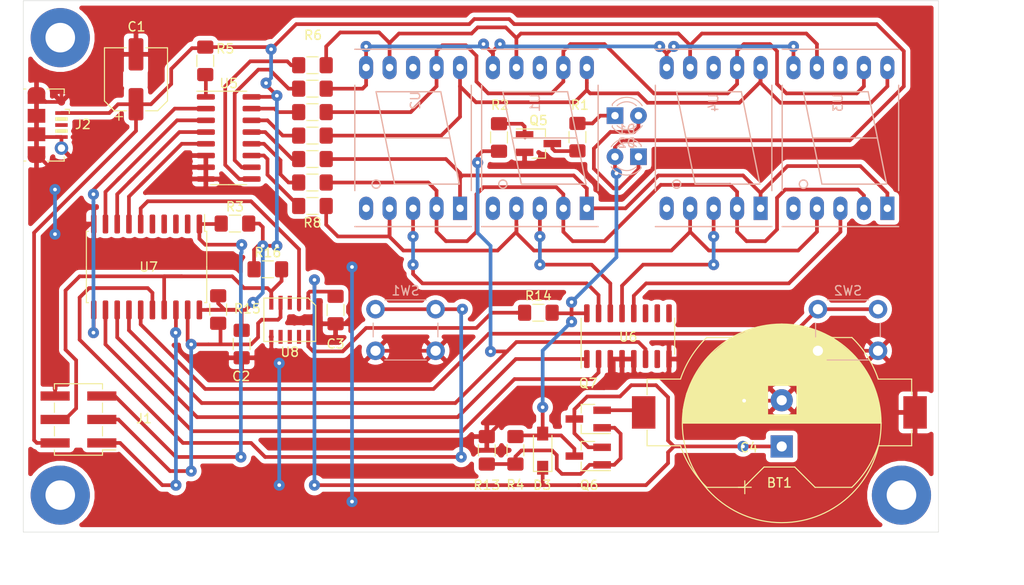
<source format=kicad_pcb>
(kicad_pcb (version 20171130) (host pcbnew "(5.1.2)-2")
  (layers (0 F.Cu signal) (31 B.Cu signal) (34 B.Paste user) (35 F.Paste user) (36 B.SilkS user) (37 F.SilkS user) (38 B.Mask user) (39 F.Mask user) (44 Edge.Cuts user))
  (net 0 "")
  (net 1 GND)
  (net 2 "Net-(BT1-Pad1)")
  (net 3 +5V)
  (net 4 BAT_BACKUP)
  (net 5 "Net-(D1-Pad1)")
  (net 6 "Net-(D2-Pad1)")
  (net 7 "Net-(J1-Pad5)")
  (net 8 "Net-(J1-Pad4)")
  (net 9 "Net-(J1-Pad3)")
  (net 10 "Net-(J1-Pad1)")
  (net 11 "Net-(J2-Pad3)")
  (net 12 "Net-(J2-Pad4)")
  (net 13 "Net-(J2-Pad2)")
  (net 14 "Net-(Q5-Pad3)")
  (net 15 "Net-(Q5-Pad1)")
  (net 16 "Net-(Q6-Pad1)")
  (net 17 /PWM)
  (net 18 "Net-(R5-Pad2)")
  (net 19 "Net-(R6-Pad2)")
  (net 20 /a)
  (net 21 "Net-(R7-Pad2)")
  (net 22 /b)
  (net 23 "Net-(R8-Pad2)")
  (net 24 /c)
  (net 25 "Net-(R9-Pad2)")
  (net 26 /d)
  (net 27 "Net-(R10-Pad2)")
  (net 28 /e)
  (net 29 "Net-(R11-Pad2)")
  (net 30 /f)
  (net 31 "Net-(R12-Pad2)")
  (net 32 /g)
  (net 33 "Net-(R14-Pad1)")
  (net 34 INC_BTN)
  (net 35 PRGM_BTN)
  (net 36 "Net-(U1-Pad5)")
  (net 37 "Net-(U2-Pad5)")
  (net 38 "Net-(U3-Pad5)")
  (net 39 "Net-(U4-Pad5)")
  (net 40 /d0)
  (net 41 /d3)
  (net 42 /d1)
  (net 43 /d2)
  (net 44 "Net-(U6-Pad11)")
  (net 45 "Net-(U6-Pad10)")
  (net 46 "Net-(U6-Pad9)")
  (net 47 "Net-(U6-Pad7)")
  (net 48 /a1)
  (net 49 /a0)
  (net 50 "Net-(U7-Pad5)")
  (net 51 "Net-(U7-Pad4)")
  (net 52 "Net-(U8-Pad7)")
  (net 53 "Net-(U1-Pad8)")
  (net 54 "Net-(U2-Pad8)")
  (net 55 "Net-(U3-Pad8)")
  (net 56 "Net-(U4-Pad8)")
  (net 57 "Net-(U7-Pad2)")
  (net 58 /l2)
  (net 59 /l3)
  (net 60 /l0)
  (net 61 /l1)
  (net 62 "Net-(U7-Pad6)")
  (net 63 "Net-(U7-Pad3)")
  (module Package_TO_SOT_SMD:SOT-23_Handsoldering (layer F.Cu) (at 127.4699 115.0747 180)
    (fp_text reference Q7 (at 0 3.8608) (layer F.SilkS))
    (fp_text value BC858A)
    (pad 3 smd rect (at 1.5 0 180) (size 1.9 0.8) (layers F.Cu F.Paste F.Mask) (net 4 BAT_BACKUP))
    (pad 2 smd rect (at -1.5 0.95 180) (size 1.9 0.8) (layers F.Cu F.Paste F.Mask) (net 2 "Net-(BT1-Pad1)"))
    (pad 1 smd rect (at -1.5 -0.95 180) (size 1.9 0.8) (layers F.Cu F.Paste F.Mask) (net 16 "Net-(Q6-Pad1)"))
  )
  (module Diode_SMD:D_SOD-123 (layer F.Cu) (at 122.5423 118.5027 90)
    (fp_text reference D3 (at -3.7348 -0.0508 180) (layer F.SilkS))
    (fp_text value D)
    (pad 2 smd rect (at 1.65 0 90) (size 1.5 1.2) (drill (offset 0.2 0)) (layers F.Cu F.Paste F.Mask) (net 3 +5V))
    (pad 1 smd rect (at -1.65 0 90) (size 1.5 1.2) (drill (offset -0.2 0)) (layers F.Cu F.Paste F.Mask) (net 4 BAT_BACKUP))
  )
  (module Capacitor_THT:CP_Radial_D14.0mm_P5.00mm (layer F.Cu) (at 148.3995 118.0465 90)
    (fp_text reference C4 (at -0.127 -3.556) (layer F.SilkS))
    (fp_text value 1F)
    (pad 2 thru_hole circle (at 5 0 90) (size 2.4 2.4) (drill 1.1) (layers *.Cu *.Mask) (net 1 GND))
    (pad 1 thru_hole rect (at 0 0 90) (size 2.4 2.4) (drill 1.1) (layers *.Cu *.Mask) (net 4 BAT_BACKUP))
  )
  (module Package_SO:SOIC-20W_7.5x12.8mm_P1.27mm (layer F.Cu) (at 79.6925 98.6155 270)
    (fp_text reference U7 (at 0 -0.2286) (layer F.SilkS))
    (fp_text value ATtiny2313-20SU)
    (pad 20 smd roundrect (at 4.65 -5.715 270) (size 2.05 0.6) (layers F.Cu F.Paste F.Mask) (net 3 +5V))
    (pad 19 smd roundrect (at 4.65 -4.445 270) (size 2.05 0.6) (layers F.Cu F.Paste F.Mask) (net 9 "Net-(J1-Pad3)"))
    (pad 18 smd roundrect (at 4.65 -3.175 270) (size 2.05 0.6) (layers F.Cu F.Paste F.Mask) (net 10 "Net-(J1-Pad1)"))
    (pad 17 smd roundrect (at 4.65 -1.905 270) (size 2.05 0.6) (layers F.Cu F.Paste F.Mask) (net 8 "Net-(J1-Pad4)"))
    (pad 16 smd roundrect (at 4.65 -0.635 270) (size 2.05 0.6) (layers F.Cu F.Paste F.Mask) (net 34 INC_BTN))
    (pad 15 smd roundrect (at 4.65 0.635 270) (size 2.05 0.6) (layers F.Cu F.Paste F.Mask) (net 35 PRGM_BTN))
    (pad 14 smd roundrect (at 4.65 1.905 270) (size 2.05 0.6) (layers F.Cu F.Paste F.Mask) (net 17 /PWM))
    (pad 13 smd roundrect (at 4.65 3.175 270) (size 2.05 0.6) (layers F.Cu F.Paste F.Mask) (net 49 /a0))
    (pad 12 smd roundrect (at 4.65 4.445 270) (size 2.05 0.6) (layers F.Cu F.Paste F.Mask) (net 48 /a1))
    (pad 11 smd roundrect (at 4.65 5.715 270) (size 2.05 0.6) (layers F.Cu F.Paste F.Mask) (net 43 /d2))
    (pad 10 smd roundrect (at -4.65 5.715 270) (size 2.05 0.6) (layers F.Cu F.Paste F.Mask) (net 1 GND))
    (pad 9 smd roundrect (at -4.65 4.445 270) (size 2.05 0.6) (layers F.Cu F.Paste F.Mask) (net 42 /d1))
    (pad 8 smd roundrect (at -4.65 3.175 270) (size 2.05 0.6) (layers F.Cu F.Paste F.Mask) (net 41 /d3))
    (pad 7 smd roundrect (at -4.65 1.905 270) (size 2.05 0.6) (layers F.Cu F.Paste F.Mask) (net 40 /d0))
    (pad 6 smd roundrect (at -4.65 0.635 270) (size 2.05 0.6) (layers F.Cu F.Paste F.Mask) (net 62 "Net-(U7-Pad6)"))
    (pad 5 smd roundrect (at -4.65 -0.635 270) (size 2.05 0.6) (layers F.Cu F.Paste F.Mask) (net 50 "Net-(U7-Pad5)"))
    (pad 4 smd roundrect (at -4.65 -1.905 270) (size 2.05 0.6) (layers F.Cu F.Paste F.Mask) (net 51 "Net-(U7-Pad4)"))
    (pad 3 smd roundrect (at -4.65 -3.175 270) (size 2.05 0.6) (layers F.Cu F.Paste F.Mask) (net 63 "Net-(U7-Pad3)"))
    (pad 2 smd roundrect (at -4.65 -4.445 270) (size 2.05 0.6) (layers F.Cu F.Paste F.Mask) (net 57 "Net-(U7-Pad2)"))
    (pad 1 smd roundrect (at -4.65 -5.715 270) (size 2.05 0.6) (layers F.Cu F.Paste F.Mask) (net 7 "Net-(J1-Pad5)"))
  )
  (module Resistor_SMD:R_1206_3216Metric_Pad1.42x1.75mm_HandSolder (layer F.Cu) (at 92.81 98.8695)
    (fp_text reference R16 (at 0 -1.82) (layer F.SilkS))
    (fp_text value 4.7k)
    (pad 2 smd roundrect (at 1.4875 0) (size 1.425 1.75) (layers F.Cu F.Paste F.Mask) (roundrect_rratio 0.175439) (net 8 "Net-(J1-Pad4)"))
    (pad 1 smd roundrect (at -1.4875 0) (size 1.425 1.75) (layers F.Cu F.Paste F.Mask) (roundrect_rratio 0.175439) (net 3 +5V))
  )
  (module Resistor_SMD:R_1206_3216Metric_Pad1.42x1.75mm_HandSolder (layer F.Cu) (at 87.4395 103.224 270)
    (fp_text reference R15 (at -0.0873 -3.1496 180) (layer F.SilkS))
    (fp_text value 4.7k)
    (pad 2 smd roundrect (at 1.4875 0 270) (size 1.425 1.75) (layers F.Cu F.Paste F.Mask) (roundrect_rratio 0.175439) (net 9 "Net-(J1-Pad3)"))
    (pad 1 smd roundrect (at -1.4875 0 270) (size 1.425 1.75) (layers F.Cu F.Paste F.Mask) (roundrect_rratio 0.175439) (net 3 +5V))
  )
  (module RV-8564-C2:RV-8564-C2 (layer F.Cu) (at 95.1865 104.3305 180)
    (fp_text reference U8 (at 0 -3.5) (layer F.SilkS))
    (fp_text value RV-8564-C2)
    (pad 5 smd rect (at 2 1.1 180) (size 0.45 1.5) (drill (offset 0 0.75)) (layers F.Cu F.Paste F.Mask) (net 8 "Net-(J1-Pad4)"))
    (pad 6 smd rect (at 2 -1.1 180) (size 0.45 1.5) (drill (offset 0 -0.75)) (layers F.Cu F.Paste F.Mask) (net 1 GND))
    (pad 4 smd rect (at 1 1.1 180) (size 0.45 1.5) (drill (offset 0 0.75)) (layers F.Cu F.Paste F.Mask) (net 9 "Net-(J1-Pad3)"))
    (pad 7 smd rect (at 1 -1.1 180) (size 0.45 1.5) (drill (offset 0 -0.75)) (layers F.Cu F.Paste F.Mask) (net 52 "Net-(U8-Pad7)"))
    (pad 3 smd rect (at 0 1.1 180) (size 0.45 1.5) (drill (offset 0 0.75)) (layers F.Cu F.Paste F.Mask))
    (pad 8 smd rect (at 0 -1.1 180) (size 0.45 1.5) (drill (offset 0 -0.75)) (layers F.Cu F.Paste F.Mask))
    (pad 2 smd rect (at -1 1.1 180) (size 0.45 1.5) (drill (offset 0 0.75)) (layers F.Cu F.Paste F.Mask) (net 62 "Net-(U7-Pad6)"))
    (pad 9 smd rect (at -1 -1.1 180) (size 0.45 1.5) (drill (offset 0 -0.75)) (layers F.Cu F.Paste F.Mask))
    (pad 1 smd rect (at -2 1.1 180) (size 0.45 1.5) (drill (offset 0 0.75)) (layers F.Cu F.Paste F.Mask) (net 4 BAT_BACKUP))
    (pad 10 smd rect (at -2 -1.1 180) (size 0.45 1.5) (drill (offset 0 -0.75)) (layers F.Cu F.Paste F.Mask) (net 33 "Net-(R14-Pad1)"))
  )
  (module MountingHole:MountingHole_3.2mm_M3_Pad (layer F.Cu) (at 161.3535 123.317)
    (fp_text reference REF** hide)
    (fp_text value MountingHole_3.2mm_M3_Pad hide)
    (pad 1 thru_hole circle (at 0 0) (size 6.4 6.4) (drill 3.2) (layers *.Cu *.Mask))
  )
  (module MountingHole:MountingHole_3.2mm_M3_Pad (layer F.Cu) (at 70.358 73.787)
    (fp_text reference REF** hide)
    (fp_text value MountingHole_3.2mm_M3_Pad hide)
    (pad 1 thru_hole circle (at 0 0) (size 6.4 6.4) (drill 3.2) (layers *.Cu *.Mask))
  )
  (module MountingHole:MountingHole_3.2mm_M3_Pad (layer F.Cu) (at 70.358 123.317)
    (fp_text reference REF** hide)
    (fp_text value MountingHole_3.2mm_M3_Pad hide)
    (pad 1 thru_hole circle (at 0 0) (size 6.4 6.4) (drill 3.2) (layers *.Cu *.Mask))
  )
  (module Package_SO:SOIC-16_3.9x9.9mm_P1.27mm (layer F.Cu) (at 131.7625 106.1085 90)
    (fp_text reference U6 (at -0.0762 0.0254 180) (layer F.SilkS))
    (fp_text value 74LS138)
    (pad 16 smd roundrect (at 2.475 -4.445 90) (size 1.95 0.6) (layers F.Cu F.Paste F.Mask) (net 3 +5V))
    (pad 15 smd roundrect (at 2.475 -3.175 90) (size 1.95 0.6) (layers F.Cu F.Paste F.Mask) (net 59 /l3))
    (pad 14 smd roundrect (at 2.475 -1.905 90) (size 1.95 0.6) (layers F.Cu F.Paste F.Mask) (net 58 /l2))
    (pad 13 smd roundrect (at 2.475 -0.635 90) (size 1.95 0.6) (layers F.Cu F.Paste F.Mask) (net 61 /l1))
    (pad 12 smd roundrect (at 2.475 0.635 90) (size 1.95 0.6) (layers F.Cu F.Paste F.Mask) (net 60 /l0))
    (pad 11 smd roundrect (at 2.475 1.905 90) (size 1.95 0.6) (layers F.Cu F.Paste F.Mask) (net 44 "Net-(U6-Pad11)"))
    (pad 10 smd roundrect (at 2.475 3.175 90) (size 1.95 0.6) (layers F.Cu F.Paste F.Mask) (net 45 "Net-(U6-Pad10)"))
    (pad 9 smd roundrect (at 2.475 4.445 90) (size 1.95 0.6) (layers F.Cu F.Paste F.Mask) (net 46 "Net-(U6-Pad9)"))
    (pad 8 smd roundrect (at -2.475 4.445 90) (size 1.95 0.6) (layers F.Cu F.Paste F.Mask) (net 1 GND))
    (pad 7 smd roundrect (at -2.475 3.175 90) (size 1.95 0.6) (layers F.Cu F.Paste F.Mask) (net 47 "Net-(U6-Pad7)"))
    (pad 6 smd roundrect (at -2.475 1.905 90) (size 1.95 0.6) (layers F.Cu F.Paste F.Mask) (net 17 /PWM))
    (pad 5 smd roundrect (at -2.475 0.635 90) (size 1.95 0.6) (layers F.Cu F.Paste F.Mask) (net 1 GND))
    (pad 4 smd roundrect (at -2.475 -0.635 90) (size 1.95 0.6) (layers F.Cu F.Paste F.Mask) (net 1 GND))
    (pad 3 smd roundrect (at -2.475 -1.905 90) (size 1.95 0.6) (layers F.Cu F.Paste F.Mask) (net 1 GND))
    (pad 2 smd roundrect (at -2.475 -3.175 90) (size 1.95 0.6) (layers F.Cu F.Paste F.Mask) (net 48 /a1))
    (pad 1 smd roundrect (at -2.475 -4.445 90) (size 1.95 0.6) (layers F.Cu F.Paste F.Mask) (net 49 /a0))
  )
  (module Package_SO:SOIC-16_3.9x9.9mm_P1.27mm (layer F.Cu) (at 88.5825 84.6455)
    (fp_text reference U5 (at 0 -5.9) (layer F.SilkS))
    (fp_text value 4543)
    (pad 16 smd roundrect (at 2.475 -4.445) (size 1.95 0.6) (layers F.Cu F.Paste F.Mask) (net 3 +5V))
    (pad 15 smd roundrect (at 2.475 -3.175) (size 1.95 0.6) (layers F.Cu F.Paste F.Mask) (net 29 "Net-(R11-Pad2)"))
    (pad 14 smd roundrect (at 2.475 -1.905) (size 1.95 0.6) (layers F.Cu F.Paste F.Mask) (net 31 "Net-(R12-Pad2)"))
    (pad 13 smd roundrect (at 2.475 -0.635) (size 1.95 0.6) (layers F.Cu F.Paste F.Mask) (net 27 "Net-(R10-Pad2)"))
    (pad 12 smd roundrect (at 2.475 0.635) (size 1.95 0.6) (layers F.Cu F.Paste F.Mask) (net 25 "Net-(R9-Pad2)"))
    (pad 11 smd roundrect (at 2.475 1.905) (size 1.95 0.6) (layers F.Cu F.Paste F.Mask) (net 23 "Net-(R8-Pad2)"))
    (pad 10 smd roundrect (at 2.475 3.175) (size 1.95 0.6) (layers F.Cu F.Paste F.Mask) (net 21 "Net-(R7-Pad2)"))
    (pad 9 smd roundrect (at 2.475 4.445) (size 1.95 0.6) (layers F.Cu F.Paste F.Mask) (net 19 "Net-(R6-Pad2)"))
    (pad 8 smd roundrect (at -2.475 4.445) (size 1.95 0.6) (layers F.Cu F.Paste F.Mask) (net 1 GND))
    (pad 7 smd roundrect (at -2.475 3.175) (size 1.95 0.6) (layers F.Cu F.Paste F.Mask) (net 1 GND))
    (pad 6 smd roundrect (at -2.475 1.905) (size 1.95 0.6) (layers F.Cu F.Paste F.Mask) (net 1 GND))
    (pad 5 smd roundrect (at -2.475 0.635) (size 1.95 0.6) (layers F.Cu F.Paste F.Mask) (net 40 /d0))
    (pad 4 smd roundrect (at -2.475 -0.635) (size 1.95 0.6) (layers F.Cu F.Paste F.Mask) (net 41 /d3))
    (pad 3 smd roundrect (at -2.475 -1.905) (size 1.95 0.6) (layers F.Cu F.Paste F.Mask) (net 42 /d1))
    (pad 2 smd roundrect (at -2.475 -3.175) (size 1.95 0.6) (layers F.Cu F.Paste F.Mask) (net 43 /d2))
    (pad 1 smd roundrect (at -2.475 -4.445) (size 1.95 0.6) (layers F.Cu F.Paste F.Mask) (net 18 "Net-(R5-Pad2)"))
  )
  (module Display_7Segment:7SegmentLED_LTS6760_LTS6780 (layer B.Cu) (at 146.1135 92.2655 90)
    (fp_text reference U4 (at 11.43 -5.08 270) (layer B.SilkS) (effects (justify mirror)))
    (fp_text value KCSC02-123)
    (pad 1 thru_hole rect (at 0 0 180) (size 1.524 2.524) (drill 0.8) (layers *.Cu *.Mask) (net 28 /e))
    (pad 2 thru_hole oval (at 0 -2.54 180) (size 1.524 2.524) (drill 0.8) (layers *.Cu *.Mask) (net 26 /d))
    (pad 3 thru_hole oval (at 0 -5.08 180) (size 1.524 2.524) (drill 0.8) (layers *.Cu *.Mask) (net 61 /l1))
    (pad 4 thru_hole oval (at 0 -7.62 180) (size 1.524 2.524) (drill 0.8) (layers *.Cu *.Mask) (net 24 /c))
    (pad 5 thru_hole oval (at 0 -10.16 180) (size 1.524 2.524) (drill 0.8) (layers *.Cu *.Mask) (net 39 "Net-(U4-Pad5)"))
    (pad 6 thru_hole oval (at 15.24 -10.16 180) (size 1.524 2.524) (drill 0.8) (layers *.Cu *.Mask) (net 22 /b))
    (pad 7 thru_hole oval (at 15.24 -7.62 180) (size 1.524 2.524) (drill 0.8) (layers *.Cu *.Mask) (net 20 /a))
    (pad 8 thru_hole oval (at 15.24 -5.08 180) (size 1.524 2.524) (drill 0.8) (layers *.Cu *.Mask) (net 56 "Net-(U4-Pad8)"))
    (pad 9 thru_hole oval (at 15.24 -2.54 180) (size 1.524 2.524) (drill 0.8) (layers *.Cu *.Mask) (net 30 /f))
    (pad 10 thru_hole oval (at 15.24 0 180) (size 1.524 2.524) (drill 0.8) (layers *.Cu *.Mask) (net 32 /g))
  )
  (module Display_7Segment:7SegmentLED_LTS6760_LTS6780 (layer B.Cu) (at 159.8295 92.2655 90)
    (fp_text reference U3 (at 11.43 -5.334 270) (layer B.SilkS) (effects (justify mirror)))
    (fp_text value KCSC02-123)
    (pad 1 thru_hole rect (at 0 0 180) (size 1.524 2.524) (drill 0.8) (layers *.Cu *.Mask) (net 28 /e))
    (pad 2 thru_hole oval (at 0 -2.54 180) (size 1.524 2.524) (drill 0.8) (layers *.Cu *.Mask) (net 26 /d))
    (pad 3 thru_hole oval (at 0 -5.08 180) (size 1.524 2.524) (drill 0.8) (layers *.Cu *.Mask) (net 60 /l0))
    (pad 4 thru_hole oval (at 0 -7.62 180) (size 1.524 2.524) (drill 0.8) (layers *.Cu *.Mask) (net 24 /c))
    (pad 5 thru_hole oval (at 0 -10.16 180) (size 1.524 2.524) (drill 0.8) (layers *.Cu *.Mask) (net 38 "Net-(U3-Pad5)"))
    (pad 6 thru_hole oval (at 15.24 -10.16 180) (size 1.524 2.524) (drill 0.8) (layers *.Cu *.Mask) (net 22 /b))
    (pad 7 thru_hole oval (at 15.24 -7.62 180) (size 1.524 2.524) (drill 0.8) (layers *.Cu *.Mask) (net 20 /a))
    (pad 8 thru_hole oval (at 15.24 -5.08 180) (size 1.524 2.524) (drill 0.8) (layers *.Cu *.Mask) (net 55 "Net-(U3-Pad8)"))
    (pad 9 thru_hole oval (at 15.24 -2.54 180) (size 1.524 2.524) (drill 0.8) (layers *.Cu *.Mask) (net 30 /f))
    (pad 10 thru_hole oval (at 15.24 0 180) (size 1.524 2.524) (drill 0.8) (layers *.Cu *.Mask) (net 32 /g))
  )
  (module Display_7Segment:7SegmentLED_LTS6760_LTS6780 (layer B.Cu) (at 113.6015 92.2655 90)
    (fp_text reference U2 (at 11.684 -4.826 270) (layer B.SilkS) (effects (justify mirror)))
    (fp_text value KCSC02-123)
    (pad 1 thru_hole rect (at 0 0 180) (size 1.524 2.524) (drill 0.8) (layers *.Cu *.Mask) (net 28 /e))
    (pad 2 thru_hole oval (at 0 -2.54 180) (size 1.524 2.524) (drill 0.8) (layers *.Cu *.Mask) (net 26 /d))
    (pad 3 thru_hole oval (at 0 -5.08 180) (size 1.524 2.524) (drill 0.8) (layers *.Cu *.Mask) (net 59 /l3))
    (pad 4 thru_hole oval (at 0 -7.62 180) (size 1.524 2.524) (drill 0.8) (layers *.Cu *.Mask) (net 24 /c))
    (pad 5 thru_hole oval (at 0 -10.16 180) (size 1.524 2.524) (drill 0.8) (layers *.Cu *.Mask) (net 37 "Net-(U2-Pad5)"))
    (pad 6 thru_hole oval (at 15.24 -10.16 180) (size 1.524 2.524) (drill 0.8) (layers *.Cu *.Mask) (net 22 /b))
    (pad 7 thru_hole oval (at 15.24 -7.62 180) (size 1.524 2.524) (drill 0.8) (layers *.Cu *.Mask) (net 20 /a))
    (pad 8 thru_hole oval (at 15.24 -5.08 180) (size 1.524 2.524) (drill 0.8) (layers *.Cu *.Mask) (net 54 "Net-(U2-Pad8)"))
    (pad 9 thru_hole oval (at 15.24 -2.54 180) (size 1.524 2.524) (drill 0.8) (layers *.Cu *.Mask) (net 30 /f))
    (pad 10 thru_hole oval (at 15.24 0 180) (size 1.524 2.524) (drill 0.8) (layers *.Cu *.Mask) (net 32 /g))
  )
  (module Display_7Segment:7SegmentLED_LTS6760_LTS6780 (layer B.Cu) (at 127.3175 92.2655 90)
    (fp_text reference U1 (at 11.43 -5.588 270) (layer B.SilkS) (effects (justify mirror)))
    (fp_text value KCSC02-123)
    (pad 1 thru_hole rect (at 0 0 180) (size 1.524 2.524) (drill 0.8) (layers *.Cu *.Mask) (net 28 /e))
    (pad 2 thru_hole oval (at 0 -2.54 180) (size 1.524 2.524) (drill 0.8) (layers *.Cu *.Mask) (net 26 /d))
    (pad 3 thru_hole oval (at 0 -5.08 180) (size 1.524 2.524) (drill 0.8) (layers *.Cu *.Mask) (net 58 /l2))
    (pad 4 thru_hole oval (at 0 -7.62 180) (size 1.524 2.524) (drill 0.8) (layers *.Cu *.Mask) (net 24 /c))
    (pad 5 thru_hole oval (at 0 -10.16 180) (size 1.524 2.524) (drill 0.8) (layers *.Cu *.Mask) (net 36 "Net-(U1-Pad5)"))
    (pad 6 thru_hole oval (at 15.24 -10.16 180) (size 1.524 2.524) (drill 0.8) (layers *.Cu *.Mask) (net 22 /b))
    (pad 7 thru_hole oval (at 15.24 -7.62 180) (size 1.524 2.524) (drill 0.8) (layers *.Cu *.Mask) (net 20 /a))
    (pad 8 thru_hole oval (at 15.24 -5.08 180) (size 1.524 2.524) (drill 0.8) (layers *.Cu *.Mask) (net 53 "Net-(U1-Pad8)"))
    (pad 9 thru_hole oval (at 15.24 -2.54 180) (size 1.524 2.524) (drill 0.8) (layers *.Cu *.Mask) (net 30 /f))
    (pad 10 thru_hole oval (at 15.24 0 180) (size 1.524 2.524) (drill 0.8) (layers *.Cu *.Mask) (net 32 /g))
  )
  (module Button_Switch_THT:SW_PUSH_6mm_H13mm (layer B.Cu) (at 158.8135 103.1875 180)
    (fp_text reference SW2 (at 3.25 2) (layer B.SilkS) (effects (justify mirror)))
    (fp_text value Prgm)
    (pad 1 thru_hole circle (at 6.5 0 90) (size 2 2) (drill 1.1) (layers *.Cu *.Mask) (net 35 PRGM_BTN))
    (pad 2 thru_hole circle (at 6.5 -4.5 90) (size 2 2) (drill 1.1) (layers *.Cu *.Mask) (net 1 GND))
    (pad 1 thru_hole circle (at 0 0 90) (size 2 2) (drill 1.1) (layers *.Cu *.Mask) (net 35 PRGM_BTN))
    (pad 2 thru_hole circle (at 0 -4.5 90) (size 2 2) (drill 1.1) (layers *.Cu *.Mask) (net 1 GND))
  )
  (module Button_Switch_THT:SW_PUSH_6mm_H13mm (layer B.Cu) (at 110.9575 103.1875 180)
    (fp_text reference SW1 (at 3.25 2) (layer B.SilkS) (effects (justify mirror)))
    (fp_text value Inc)
    (pad 1 thru_hole circle (at 6.5 0 90) (size 2 2) (drill 1.1) (layers *.Cu *.Mask) (net 34 INC_BTN))
    (pad 2 thru_hole circle (at 6.5 -4.5 90) (size 2 2) (drill 1.1) (layers *.Cu *.Mask) (net 1 GND))
    (pad 1 thru_hole circle (at 0 0 90) (size 2 2) (drill 1.1) (layers *.Cu *.Mask) (net 34 INC_BTN))
    (pad 2 thru_hole circle (at 0 -4.5 90) (size 2 2) (drill 1.1) (layers *.Cu *.Mask) (net 1 GND))
  )
  (module Resistor_SMD:R_1206_3216Metric_Pad1.42x1.75mm_HandSolder (layer F.Cu) (at 122.074 103.5685)
    (fp_text reference R14 (at 0 -1.82) (layer F.SilkS))
    (fp_text value 10k)
    (pad 2 smd roundrect (at 1.4875 0) (size 1.425 1.75) (layers F.Cu F.Paste F.Mask) (roundrect_rratio 0.175439) (net 3 +5V))
    (pad 1 smd roundrect (at -1.4875 0) (size 1.425 1.75) (layers F.Cu F.Paste F.Mask) (roundrect_rratio 0.175439) (net 33 "Net-(R14-Pad1)"))
  )
  (module Resistor_SMD:R_1206_3216Metric_Pad1.42x1.75mm_HandSolder (layer F.Cu) (at 116.4971 118.464 90)
    (fp_text reference R13 (at -3.7735 0 180) (layer F.SilkS))
    (fp_text value 100k)
    (pad 2 smd roundrect (at 1.4875 0 90) (size 1.425 1.75) (layers F.Cu F.Paste F.Mask) (roundrect_rratio 0.175439) (net 1 GND))
    (pad 1 smd roundrect (at -1.4875 0 90) (size 1.425 1.75) (layers F.Cu F.Paste F.Mask) (roundrect_rratio 0.175439) (net 16 "Net-(Q6-Pad1)"))
  )
  (module Resistor_SMD:R_1206_3216Metric_Pad1.42x1.75mm_HandSolder (layer F.Cu) (at 97.636 84.3915 180)
    (fp_text reference R12 hide)
    (fp_text value 160 hide)
    (pad 2 smd roundrect (at 1.4875 0 180) (size 1.425 1.75) (layers F.Cu F.Paste F.Mask) (roundrect_rratio 0.175439) (net 31 "Net-(R12-Pad2)"))
    (pad 1 smd roundrect (at -1.4875 0 180) (size 1.425 1.75) (layers F.Cu F.Paste F.Mask) (roundrect_rratio 0.175439) (net 32 /g))
  )
  (module Resistor_SMD:R_1206_3216Metric_Pad1.42x1.75mm_HandSolder (layer F.Cu) (at 97.636 81.8515 180)
    (fp_text reference R11 hide)
    (fp_text value 150 hide)
    (pad 2 smd roundrect (at 1.4875 0 180) (size 1.425 1.75) (layers F.Cu F.Paste F.Mask) (roundrect_rratio 0.175439) (net 29 "Net-(R11-Pad2)"))
    (pad 1 smd roundrect (at -1.4875 0 180) (size 1.425 1.75) (layers F.Cu F.Paste F.Mask) (roundrect_rratio 0.175439) (net 30 /f))
  )
  (module Resistor_SMD:R_1206_3216Metric_Pad1.42x1.75mm_HandSolder (layer F.Cu) (at 97.636 86.9315 180)
    (fp_text reference R10 hide)
    (fp_text value 150 hide)
    (pad 2 smd roundrect (at 1.4875 0 180) (size 1.425 1.75) (layers F.Cu F.Paste F.Mask) (roundrect_rratio 0.175439) (net 27 "Net-(R10-Pad2)"))
    (pad 1 smd roundrect (at -1.4875 0 180) (size 1.425 1.75) (layers F.Cu F.Paste F.Mask) (roundrect_rratio 0.175439) (net 28 /e))
  )
  (module Resistor_SMD:R_1206_3216Metric_Pad1.42x1.75mm_HandSolder (layer F.Cu) (at 97.636 89.4715 180)
    (fp_text reference R9 hide)
    (fp_text value 150 hide)
    (pad 2 smd roundrect (at 1.4875 0 180) (size 1.425 1.75) (layers F.Cu F.Paste F.Mask) (roundrect_rratio 0.175439) (net 25 "Net-(R9-Pad2)"))
    (pad 1 smd roundrect (at -1.4875 0 180) (size 1.425 1.75) (layers F.Cu F.Paste F.Mask) (roundrect_rratio 0.175439) (net 26 /d))
  )
  (module Resistor_SMD:R_1206_3216Metric_Pad1.42x1.75mm_HandSolder (layer F.Cu) (at 97.636 92.0115 180)
    (fp_text reference R8 (at 0 -1.82) (layer F.SilkS))
    (fp_text value 150 hide)
    (pad 2 smd roundrect (at 1.4875 0 180) (size 1.425 1.75) (layers F.Cu F.Paste F.Mask) (roundrect_rratio 0.175439) (net 23 "Net-(R8-Pad2)"))
    (pad 1 smd roundrect (at -1.4875 0 180) (size 1.425 1.75) (layers F.Cu F.Paste F.Mask) (roundrect_rratio 0.175439) (net 24 /c))
  )
  (module Resistor_SMD:R_1206_3216Metric_Pad1.42x1.75mm_HandSolder (layer F.Cu) (at 97.636 79.3115 180)
    (fp_text reference R7 hide)
    (fp_text value 150 hide)
    (pad 2 smd roundrect (at 1.4875 0 180) (size 1.425 1.75) (layers F.Cu F.Paste F.Mask) (roundrect_rratio 0.175439) (net 21 "Net-(R7-Pad2)"))
    (pad 1 smd roundrect (at -1.4875 0 180) (size 1.425 1.75) (layers F.Cu F.Paste F.Mask) (roundrect_rratio 0.175439) (net 22 /b))
  )
  (module Resistor_SMD:R_1206_3216Metric_Pad1.42x1.75mm_HandSolder (layer F.Cu) (at 97.636 76.7715 180)
    (fp_text reference R6 (at -0.0651 3.2512) (layer F.SilkS))
    (fp_text value 150)
    (pad 2 smd roundrect (at 1.4875 0 180) (size 1.425 1.75) (layers F.Cu F.Paste F.Mask) (roundrect_rratio 0.175439) (net 19 "Net-(R6-Pad2)"))
    (pad 1 smd roundrect (at -1.4875 0 180) (size 1.425 1.75) (layers F.Cu F.Paste F.Mask) (roundrect_rratio 0.175439) (net 20 /a))
  )
  (module Resistor_SMD:R_1206_3216Metric_Pad1.42x1.75mm_HandSolder (layer F.Cu) (at 86.0425 76.3 270)
    (fp_text reference R5 (at -1.3065 -2.159 180) (layer F.SilkS))
    (fp_text value 10k)
    (pad 2 smd roundrect (at 1.4875 0 270) (size 1.425 1.75) (layers F.Cu F.Paste F.Mask) (roundrect_rratio 0.175439) (net 18 "Net-(R5-Pad2)"))
    (pad 1 smd roundrect (at -1.4875 0 270) (size 1.425 1.75) (layers F.Cu F.Paste F.Mask) (roundrect_rratio 0.175439) (net 3 +5V))
  )
  (module Resistor_SMD:R_1206_3216Metric_Pad1.42x1.75mm_HandSolder (layer F.Cu) (at 119.5959 118.464 90)
    (fp_text reference R4 (at -3.7227 0 180) (layer F.SilkS))
    (fp_text value 1k)
    (pad 2 smd roundrect (at 1.4875 0 90) (size 1.425 1.75) (layers F.Cu F.Paste F.Mask) (roundrect_rratio 0.175439) (net 3 +5V))
    (pad 1 smd roundrect (at -1.4875 0 90) (size 1.425 1.75) (layers F.Cu F.Paste F.Mask) (roundrect_rratio 0.175439) (net 16 "Net-(Q6-Pad1)"))
  )
  (module Resistor_SMD:R_1206_3216Metric_Pad1.42x1.75mm_HandSolder (layer F.Cu) (at 89.254 93.9165)
    (fp_text reference R3 (at 0 -1.82) (layer F.SilkS))
    (fp_text value 10k)
    (pad 2 smd roundrect (at 1.4875 0) (size 1.425 1.75) (layers F.Cu F.Paste F.Mask) (roundrect_rratio 0.175439) (net 3 +5V))
    (pad 1 smd roundrect (at -1.4875 0) (size 1.425 1.75) (layers F.Cu F.Paste F.Mask) (roundrect_rratio 0.175439) (net 7 "Net-(J1-Pad5)"))
  )
  (module Resistor_SMD:R_1206_3216Metric_Pad1.42x1.75mm_HandSolder (layer F.Cu) (at 117.8179 84.5947 270)
    (fp_text reference R2 (at -3.5052 -0.1016 180) (layer F.SilkS))
    (fp_text value 1k)
    (pad 2 smd roundrect (at 1.4875 0 270) (size 1.425 1.75) (layers F.Cu F.Paste F.Mask) (roundrect_rratio 0.175439) (net 17 /PWM))
    (pad 1 smd roundrect (at -1.4875 0 270) (size 1.425 1.75) (layers F.Cu F.Paste F.Mask) (roundrect_rratio 0.175439) (net 15 "Net-(Q5-Pad1)"))
  )
  (module Resistor_SMD:R_1206_3216Metric_Pad1.42x1.75mm_HandSolder (layer F.Cu) (at 126.3015 84.5582 270)
    (fp_text reference R1 (at -3.4687 -0.254 180) (layer F.SilkS))
    (fp_text value 120)
    (pad 2 smd roundrect (at 1.4875 0 270) (size 1.425 1.75) (layers F.Cu F.Paste F.Mask) (roundrect_rratio 0.175439) (net 14 "Net-(Q5-Pad3)"))
    (pad 1 smd roundrect (at -1.4875 0 270) (size 1.425 1.75) (layers F.Cu F.Paste F.Mask) (roundrect_rratio 0.175439) (net 6 "Net-(D2-Pad1)"))
  )
  (module Package_TO_SOT_SMD:SOT-23_Handsoldering (layer F.Cu) (at 127.4699 119.0879 180)
    (fp_text reference Q6 (at -0.1016 -3.1496) (layer F.SilkS))
    (fp_text value BC848C)
    (pad 3 smd rect (at 1.5 0 180) (size 1.9 0.8) (layers F.Cu F.Paste F.Mask) (net 3 +5V))
    (pad 2 smd rect (at -1.5 0.95 180) (size 1.9 0.8) (layers F.Cu F.Paste F.Mask) (net 4 BAT_BACKUP))
    (pad 1 smd rect (at -1.5 -0.95 180) (size 1.9 0.8) (layers F.Cu F.Paste F.Mask) (net 16 "Net-(Q6-Pad1)"))
  )
  (module Package_TO_SOT_SMD:SOT-23_Handsoldering (layer F.Cu) (at 122.0851 85.2551)
    (fp_text reference Q5 (at 0 -2.5) (layer F.SilkS))
    (fp_text value BC848)
    (pad 3 smd rect (at 1.5 0) (size 1.9 0.8) (layers F.Cu F.Paste F.Mask) (net 14 "Net-(Q5-Pad3)"))
    (pad 2 smd rect (at -1.5 0.95) (size 1.9 0.8) (layers F.Cu F.Paste F.Mask) (net 1 GND))
    (pad 1 smd rect (at -1.5 -0.95) (size 1.9 0.8) (layers F.Cu F.Paste F.Mask) (net 15 "Net-(Q5-Pad1)"))
  )
  (module Connector_USB:USB_Micro-B_Molex-105017-0001 (layer F.Cu) (at 69.0245 83.2485 270)
    (fp_text reference J2 (at -0.0762 -3.7846 180) (layer F.SilkS))
    (fp_text value USB_B_Micro)
    (pad 6 smd rect (at -2.9 1.2375 270) (size 1.2 1.9) (layers F.Cu F.Mask) (net 1 GND))
    (pad 6 smd rect (at 2.9 1.2375 270) (size 1.2 1.9) (layers F.Cu F.Mask) (net 1 GND))
    (pad 6 smd oval (at 3.5 1.2375 270) (size 1.2 1.9) (layers F.Cu F.Paste F.Mask) (net 1 GND))
    (pad 6 smd oval (at -3.5 1.2375 90) (size 1.2 1.9) (layers F.Cu F.Paste F.Mask) (net 1 GND))
    (pad 6 smd rect (at -1 1.2375 270) (size 1.5 1.9) (layers F.Cu F.Paste F.Mask) (net 1 GND))
    (pad 6 thru_hole circle (at 2.5 -1.4625 270) (size 1.45 1.45) (drill 0.8) (layers *.Cu *.Mask) (net 1 GND))
    (pad 3 smd rect (at 0 -1.4625 270) (size 0.4 1.35) (layers F.Cu F.Paste F.Mask) (net 11 "Net-(J2-Pad3)"))
    (pad 4 smd rect (at 0.65 -1.4625 270) (size 0.4 1.35) (layers F.SilkS) (net 12 "Net-(J2-Pad4)"))
    (pad 5 smd rect (at 1.3 -1.4625 270) (size 0.4 1.35) (layers F.Cu F.Paste F.Mask) (net 1 GND))
    (pad 1 smd rect (at -1.3 -1.4625 270) (size 0.4 1.35) (layers F.Cu F.Paste F.Mask) (net 3 +5V))
    (pad 2 smd rect (at -0.65 -1.4625 270) (size 0.4 1.35) (layers F.SilkS) (net 13 "Net-(J2-Pad2)"))
    (pad 6 smd circle (at -2.5 -1.4625 270) (size 0.8 0.8) (layers F.Cu F.Paste F.Mask) (net 1 GND))
    (pad 6 smd rect (at 1 1.2375 270) (size 1.5 1.9) (layers F.Cu F.Paste F.Mask) (net 1 GND))
  )
  (module Connector_PinHeader_2.54mm:PinHeader_2x03_P2.54mm_Vertical_SMD (layer F.Cu) (at 72.3265 115.1255 180)
    (fp_text reference J1 (at -7.0866 0.1016) (layer F.SilkS))
    (fp_text value AVR-ISP-6)
    (pad 6 smd rect (at 2.525 2.54 180) (size 3.15 1) (layers F.Cu F.Paste F.Mask) (net 1 GND))
    (pad 5 smd rect (at -2.525 2.54 180) (size 3.15 1) (layers F.Cu F.Paste F.Mask) (net 7 "Net-(J1-Pad5)"))
    (pad 4 smd rect (at 2.525 0 180) (size 3.15 1) (layers F.Cu F.Paste F.Mask) (net 8 "Net-(J1-Pad4)"))
    (pad 3 smd rect (at -2.525 0 180) (size 3.15 1) (layers F.Cu F.Paste F.Mask) (net 9 "Net-(J1-Pad3)"))
    (pad 2 smd rect (at 2.525 -2.54 180) (size 3.15 1) (layers F.Cu F.Paste F.Mask) (net 3 +5V))
    (pad 1 smd rect (at -2.525 -2.54 180) (size 3.15 1) (layers F.Cu F.Paste F.Mask) (net 10 "Net-(J1-Pad1)"))
  )
  (module LED_THT:LED_D3.0mm (layer B.Cu) (at 130.3655 82.2325)
    (fp_text reference D2 (at 1.27 2.96 180) (layer B.SilkS) (effects (justify mirror)))
    (fp_text value LED)
    (pad 2 thru_hole circle (at 2.54 0) (size 1.8 1.8) (drill 0.8) (layers *.Cu *.Mask) (net 5 "Net-(D1-Pad1)"))
    (pad 1 thru_hole rect (at 0 0) (size 1.8 1.8) (drill 0.8) (layers *.Cu *.Mask) (net 6 "Net-(D2-Pad1)"))
  )
  (module LED_THT:LED_D3.0mm (layer B.Cu) (at 132.9055 86.6775 180)
    (fp_text reference D1 (at 1.27 2.96 180) (layer B.SilkS) (effects (justify mirror)))
    (fp_text value LED)
    (pad 2 thru_hole circle (at 2.54 0 180) (size 1.8 1.8) (drill 0.8) (layers *.Cu *.Mask) (net 3 +5V))
    (pad 1 thru_hole rect (at 0 0 180) (size 1.8 1.8) (drill 0.8) (layers *.Cu *.Mask) (net 5 "Net-(D1-Pad1)"))
  )
  (module Capacitor_SMD:C_1206_3216Metric_Pad1.42x1.75mm_HandSolder (layer F.Cu) (at 100.1395 103.278 270)
    (fp_text reference C3 (at 3.6687 0 180) (layer F.SilkS))
    (fp_text value 100nF)
    (pad 2 smd roundrect (at 1.4875 0 270) (size 1.425 1.75) (layers F.Cu F.Paste F.Mask) (roundrect_rratio 0.175439) (net 1 GND))
    (pad 1 smd roundrect (at -1.4875 0 270) (size 1.425 1.75) (layers F.Cu F.Paste F.Mask) (roundrect_rratio 0.175439) (net 4 BAT_BACKUP))
  )
  (module Capacitor_SMD:C_1206_3216Metric_Pad1.42x1.75mm_HandSolder (layer F.Cu) (at 89.9795 106.961 270)
    (fp_text reference C2 (at 3.4909 0.0508 180) (layer F.SilkS))
    (fp_text value 100nF)
    (pad 2 smd roundrect (at 1.4875 0 270) (size 1.425 1.75) (layers F.Cu F.Paste F.Mask) (roundrect_rratio 0.175439) (net 1 GND))
    (pad 1 smd roundrect (at -1.4875 0 270) (size 1.425 1.75) (layers F.Cu F.Paste F.Mask) (roundrect_rratio 0.175439) (net 3 +5V))
  )
  (module Capacitor_SMD:CP_Elec_6.3x5.7 (layer F.Cu) (at 78.5495 78.2955 90)
    (fp_text reference C1 (at 5.6896 0.0508 180) (layer F.SilkS))
    (fp_text value 4.7uF)
    (pad 2 smd roundrect (at 2.7 0 90) (size 3.5 1.6) (layers F.Cu F.Paste F.Mask) (roundrect_rratio 0.15625) (net 1 GND))
    (pad 1 smd roundrect (at -2.7 0 90) (size 3.5 1.6) (layers F.Cu F.Paste F.Mask) (roundrect_rratio 0.15625) (net 3 +5V))
  )
  (module Battery:BatteryHolder_Keystone_1058_1x2032 (layer F.Cu) (at 148.1455 114.3635)
    (fp_text reference BT1 (at 0 7.62) (layer F.SilkS))
    (fp_text value Battery_Cell)
    (pad 2 smd rect (at 14.68 0) (size 2.54 3.51) (layers F.Cu F.Paste F.Mask) (net 1 GND))
    (pad 1 smd rect (at -14.68 0) (size 2.54 3.51) (layers F.Cu F.Paste F.Mask) (net 2 "Net-(BT1-Pad1)"))
  )
  (gr_line (start 66.3575 127.3175) (end 66.3575 69.7865) (layer Edge.Cuts) (width 0.05))
  (gr_line (start 165.354 127.3175) (end 66.3575 127.3175) (layer Edge.Cuts) (width 0.05))
  (gr_line (start 165.354 69.7865) (end 165.354 127.3175) (layer Edge.Cuts) (width 0.05))
  (gr_line (start 66.3575 69.7865) (end 165.354 69.7865) (layer Edge.Cuts) (width 0.05))
  (segment (start 67.787 80.3485) (end 67.787 86.7485) (width 0.4) (layer F.Cu) (net 1))
  (segment (start 68.087 84.5485) (end 70.487 84.5485) (width 0.4) (layer F.Cu) (net 1))
  (segment (start 67.787 84.2485) (end 68.087 84.5485) (width 0.4) (layer F.Cu) (net 1))
  (segment (start 70.487 85.7485) (end 70.487 84.5485) (width 0.4) (layer F.Cu) (net 1))
  (segment (start 68.787 80.7485) (end 67.787 79.7485) (width 0.4) (layer F.Cu) (net 1))
  (segment (start 70.487 80.7485) (end 68.787 80.7485) (width 0.4) (layer F.Cu) (net 1))
  (segment (start 129.8575 108.5835) (end 132.3975 108.5835) (width 0.4) (layer F.Cu) (net 1))
  (segment (start 151.4175 108.5835) (end 152.3135 107.6875) (width 0.4) (layer F.Cu) (net 1))
  (segment (start 136.2075 108.5835) (end 151.4175 108.5835) (width 0.4) (layer F.Cu) (net 1))
  (segment (start 152.3135 107.6875) (end 158.8135 107.6875) (width 0.4) (layer F.Cu) (net 1))
  (segment (start 104.4575 107.6875) (end 110.9575 107.6875) (width 0.4) (layer F.Cu) (net 1))
  (segment (start 86.1075 86.5505) (end 86.1075 89.0905) (width 0.4) (layer F.Cu) (net 1))
  (segment (start 93.1865 105.9305) (end 93.1865 106.8805) (width 0.4) (layer F.Cu) (net 1))
  (segment (start 136.2075 109.9185) (end 136.2075 108.5835) (width 0.4) (layer F.Cu) (net 1))
  (segment (start 135.6995 110.4265) (end 136.2075 109.9185) (width 0.4) (layer F.Cu) (net 1))
  (segment (start 132.9055 110.4265) (end 135.6995 110.4265) (width 0.4) (layer F.Cu) (net 1))
  (segment (start 132.3975 108.5835) (end 132.3975 109.9185) (width 0.4) (layer F.Cu) (net 1))
  (segment (start 132.3975 109.9185) (end 132.9055 110.4265) (width 0.4) (layer F.Cu) (net 1))
  (segment (start 93.1865 107.7275) (end 93.1865 106.8805) (width 0.4) (layer F.Cu) (net 1))
  (segment (start 89.9795 108.4485) (end 92.4655 108.4485) (width 0.4) (layer F.Cu) (net 1))
  (segment (start 92.4655 108.4485) (end 93.1865 107.7275) (width 0.4) (layer F.Cu) (net 1))
  (segment (start 103.457501 108.687499) (end 104.4575 107.6875) (width 0.4) (layer F.Cu) (net 1))
  (segment (start 93.1865 106.8805) (end 93.1865 107.6645) (width 0.4) (layer F.Cu) (net 1))
  (segment (start 93.1865 107.6645) (end 94.209499 108.687499) (width 0.4) (layer F.Cu) (net 1))
  (segment (start 162.8255 111.6995) (end 162.8255 114.3635) (width 0.4) (layer F.Cu) (net 1))
  (segment (start 158.8135 107.6875) (end 162.8255 111.6995) (width 0.4) (layer F.Cu) (net 1))
  (segment (start 67.787 86.1485) (end 67.787 87.1485) (width 0.4) (layer F.Cu) (net 1))
  (segment (start 74.5185 75.5955) (end 78.5495 75.5955) (width 0.4) (layer F.Cu) (net 1))
  (segment (start 70.487 80.7485) (end 70.487 79.627) (width 0.4) (layer F.Cu) (net 1))
  (segment (start 70.487 79.627) (end 74.5185 75.5955) (width 0.4) (layer F.Cu) (net 1))
  (segment (start 94.209499 108.687499) (end 103.457501 108.687499) (width 0.4) (layer F.Cu) (net 1))
  (segment (start 69.8015 112.5855) (end 70.8765 112.5855) (width 0.4) (layer F.Cu) (net 1))
  (segment (start 69.8015 97.7415) (end 69.8015 112.5855) (width 0.4) (layer F.Cu) (net 1))
  (segment (start 73.5775 93.9655) (end 69.8015 97.7415) (width 0.4) (layer F.Cu) (net 1))
  (segment (start 73.9775 93.9655) (end 73.5775 93.9655) (width 0.4) (layer F.Cu) (net 1))
  (via (at 69.7865 95.0595) (size 1.2) (drill 0.4) (layers F.Cu B.Cu) (net 1))
  (segment (start 69.8015 97.7415) (end 69.8015 95.0745) (width 0.4) (layer F.Cu) (net 1))
  (segment (start 69.8015 95.0745) (end 69.7865 95.0595) (width 0.4) (layer F.Cu) (net 1))
  (via (at 69.7865 90.2335) (size 1.2) (drill 0.4) (layers F.Cu B.Cu) (net 1))
  (segment (start 69.7865 95.0595) (end 69.7865 90.2335) (width 0.4) (layer B.Cu) (net 1))
  (segment (start 68.137 86.7485) (end 67.787 86.7485) (width 0.4) (layer F.Cu) (net 1))
  (segment (start 69.7865 88.398) (end 68.137 86.7485) (width 0.4) (layer F.Cu) (net 1))
  (segment (start 69.7865 90.2335) (end 69.7865 88.398) (width 0.4) (layer F.Cu) (net 1))
  (via (at 94.0435 109.0295) (size 1.2) (drill 0.4) (layers F.Cu B.Cu) (net 1))
  (segment (start 94.0435 109.0295) (end 94.0435 122.2375) (width 0.4) (layer B.Cu) (net 1))
  (via (at 94.0435 122.2375) (size 1.2) (drill 0.4) (layers F.Cu B.Cu) (net 1))
  (segment (start 101.1145 104.7655) (end 100.1395 104.7655) (width 0.4) (layer F.Cu) (net 1))
  (segment (start 101.9175 100.3935) (end 101.9175 103.9625) (width 0.4) (layer F.Cu) (net 1))
  (segment (start 101.9175 103.9625) (end 101.1145 104.7655) (width 0.4) (layer F.Cu) (net 1))
  (via (at 101.9175 98.6155) (size 1.2) (drill 0.4) (layers F.Cu B.Cu) (net 1))
  (segment (start 101.9175 100.3935) (end 101.9175 98.6155) (width 0.4) (layer F.Cu) (net 1))
  (via (at 101.9175 124.0155) (size 1.2) (drill 0.4) (layers F.Cu B.Cu) (net 1))
  (segment (start 101.9175 98.6155) (end 101.9175 124.0155) (width 0.4) (layer B.Cu) (net 1))
  (segment (start 101.6635 100.3935) (end 101.9175 100.3935) (width 0.4) (layer F.Cu) (net 1))
  (segment (start 91.7575 90.4875) (end 101.6635 100.3935) (width 0.4) (layer F.Cu) (net 1))
  (segment (start 88.8365 90.4875) (end 91.7575 90.4875) (width 0.4) (layer F.Cu) (net 1))
  (segment (start 86.1075 89.0905) (end 87.4395 89.0905) (width 0.4) (layer F.Cu) (net 1))
  (segment (start 87.4395 89.0905) (end 88.8365 90.4875) (width 0.4) (layer F.Cu) (net 1))
  (via (at 144.3355 113.0935) (size 1.2) (drill 0.4) (layers F.Cu B.Cu) (net 1))
  (segment (start 144.2885 113.0465) (end 144.3355 113.0935) (width 0.4) (layer F.Cu) (net 1))
  (segment (start 140.9065 113.0465) (end 144.2885 113.0465) (width 0.4) (layer F.Cu) (net 1))
  (segment (start 148.3525 113.0935) (end 148.3995 113.0465) (width 0.4) (layer F.Cu) (net 1))
  (segment (start 144.3355 113.0935) (end 148.3525 113.0935) (width 0.4) (layer F.Cu) (net 1))
  (segment (start 117.268447 116.205153) (end 116.4971 116.9765) (width 0.4) (layer F.Cu) (net 1))
  (segment (start 121.73731 111.73629) (end 117.268447 116.205153) (width 0.4) (layer F.Cu) (net 1))
  (segment (start 129.18271 111.73629) (end 121.73731 111.73629) (width 0.4) (layer F.Cu) (net 1))
  (segment (start 130.22821 110.69079) (end 129.18271 111.73629) (width 0.4) (layer F.Cu) (net 1))
  (segment (start 130.22821 108.95421) (end 130.22821 110.69079) (width 0.4) (layer F.Cu) (net 1))
  (segment (start 129.8575 108.5835) (end 130.22821 108.95421) (width 0.4) (layer F.Cu) (net 1))
  (segment (start 162.1155 88.9635) (end 162.1155 100.5205) (width 0.4) (layer F.Cu) (net 1))
  (segment (start 159.0675 85.9155) (end 162.1155 88.9635) (width 0.4) (layer F.Cu) (net 1))
  (segment (start 160.7185 105.7825) (end 158.8135 107.6875) (width 0.4) (layer F.Cu) (net 1))
  (segment (start 136.582886 85.9155) (end 159.0675 85.9155) (width 0.4) (layer F.Cu) (net 1))
  (segment (start 162.1155 100.5205) (end 160.7185 101.9175) (width 0.4) (layer F.Cu) (net 1))
  (segment (start 120.5851 87.1333) (end 121.1453 87.6935) (width 0.4) (layer F.Cu) (net 1))
  (segment (start 160.7185 101.9175) (end 160.7185 105.7825) (width 0.4) (layer F.Cu) (net 1))
  (segment (start 120.5851 86.2051) (end 120.5851 87.1333) (width 0.4) (layer F.Cu) (net 1))
  (segment (start 121.1453 87.6935) (end 126.238 87.6935) (width 0.4) (layer F.Cu) (net 1))
  (segment (start 129.794 91.2495) (end 131.248886 91.2495) (width 0.4) (layer F.Cu) (net 1))
  (segment (start 126.238 87.6935) (end 129.794 91.2495) (width 0.4) (layer F.Cu) (net 1))
  (segment (start 131.248886 91.2495) (end 136.582886 85.9155) (width 0.4) (layer F.Cu) (net 1))
  (segment (start 132.5155 113.4135) (end 133.4655 114.3635) (width 0.4) (layer F.Cu) (net 2))
  (segment (start 133.4655 114.8485) (end 133.4655 114.3635) (width 0.4) (layer F.Cu) (net 2))
  (segment (start 133.2267 114.1247) (end 133.4655 114.3635) (width 0.4) (layer F.Cu) (net 2))
  (segment (start 128.9699 114.1247) (end 133.2267 114.1247) (width 0.4) (layer F.Cu) (net 2))
  (segment (start 123.6265 103.6335) (end 123.5615 103.5685) (width 0.4) (layer F.Cu) (net 3))
  (segment (start 87.695 103.2655) (end 86.8535 103.2655) (width 0.4) (layer F.Cu) (net 3))
  (segment (start 87.3905 103.2655) (end 86.8535 103.2655) (width 0.4) (layer F.Cu) (net 3))
  (segment (start 88.584 103.2655) (end 86.2475 103.2655) (width 0.4) (layer F.Cu) (net 3))
  (segment (start 86.8535 103.2655) (end 86.2475 103.2655) (width 0.4) (layer F.Cu) (net 3))
  (segment (start 86.2475 103.2655) (end 85.4075 103.2655) (width 0.4) (layer F.Cu) (net 3))
  (segment (start 125.7315 103.6335) (end 123.6265 103.6335) (width 0.4) (layer F.Cu) (net 3))
  (segment (start 127.3175 103.6335) (end 125.7315 103.6335) (width 0.4) (layer F.Cu) (net 3))
  (segment (start 125.6665 103.6955) (end 125.6665 104.7085) (width 0.4) (layer F.Cu) (net 3))
  (via (at 92.2655 96.329514) (size 1.2) (drill 0.4) (layers F.Cu B.Cu) (net 3))
  (via (at 93.789512 96.3295) (size 1.2) (drill 0.4) (layers F.Cu B.Cu) (net 3))
  (segment (start 92.2655 96.329514) (end 93.789498 96.329514) (width 0.4) (layer F.Cu) (net 3))
  (segment (start 93.789498 96.329514) (end 93.789512 96.3295) (width 0.4) (layer F.Cu) (net 3))
  (segment (start 92.2655 94.2975) (end 92.2655 96.329514) (width 0.4) (layer F.Cu) (net 3))
  (segment (start 90.7415 93.9165) (end 91.8845 93.9165) (width 0.4) (layer F.Cu) (net 3))
  (segment (start 91.8845 93.9165) (end 92.2655 94.2975) (width 0.4) (layer F.Cu) (net 3))
  (segment (start 70.8765 117.6655) (end 69.8015 117.6655) (width 0.4) (layer F.Cu) (net 3))
  (segment (start 130.404088 86.737566) (end 130.365494 86.698972) (width 0.4) (layer F.Cu) (net 3))
  (via (at 93.16402 75.049478) (size 1.2) (drill 0.4) (layers F.Cu B.Cu) (net 3))
  (via (at 93.789492 80.0735) (size 1.2) (drill 0.4) (layers F.Cu B.Cu) (net 3))
  (segment (start 93.789492 96.32948) (end 93.789492 80.0735) (width 0.4) (layer B.Cu) (net 3))
  (segment (start 93.789512 96.3295) (end 93.789492 96.32948) (width 0.4) (layer B.Cu) (net 3))
  (segment (start 93.662492 80.2005) (end 93.789492 80.0735) (width 0.4) (layer F.Cu) (net 3))
  (segment (start 91.0575 80.2005) (end 93.662492 80.2005) (width 0.4) (layer F.Cu) (net 3))
  (segment (start 93.16402 78.158989) (end 92.616258 78.706751) (width 0.4) (layer B.Cu) (net 3))
  (segment (start 92.616258 78.900266) (end 92.616258 78.706751) (width 0.4) (layer F.Cu) (net 3))
  (segment (start 93.16402 75.049478) (end 93.16402 78.158989) (width 0.4) (layer B.Cu) (net 3))
  (segment (start 93.789492 80.0735) (end 92.616258 78.900266) (width 0.4) (layer F.Cu) (net 3))
  (via (at 92.616258 78.706751) (size 1.2) (drill 0.4) (layers F.Cu B.Cu) (net 3))
  (segment (start 130.365494 86.758044) (end 130.518681 86.911231) (width 0.4) (layer F.Cu) (net 3))
  (via (at 130.518681 88.481681) (size 1.2) (drill 0.4) (layers F.Cu B.Cu) (net 3))
  (segment (start 130.3655 88.3285) (end 130.518681 88.481681) (width 0.4) (layer F.Cu) (net 3))
  (segment (start 130.3655 86.6775) (end 130.3655 88.3285) (width 0.4) (layer F.Cu) (net 3))
  (segment (start 67.526499 117.365499) (end 67.526499 94.906501) (width 0.4) (layer F.Cu) (net 3))
  (segment (start 69.8015 117.6655) (end 67.8265 117.6655) (width 0.4) (layer F.Cu) (net 3))
  (segment (start 67.8265 117.6655) (end 67.526499 117.365499) (width 0.4) (layer F.Cu) (net 3))
  (segment (start 67.526499 94.906501) (end 78.5495 83.8835) (width 0.4) (layer F.Cu) (net 3))
  (segment (start 78.5495 83.8835) (end 78.5495 80.9955) (width 0.4) (layer F.Cu) (net 3))
  (segment (start 92.927042 74.8125) (end 93.16402 75.049478) (width 0.4) (layer F.Cu) (net 3))
  (segment (start 86.0425 74.8125) (end 92.927042 74.8125) (width 0.4) (layer F.Cu) (net 3))
  (via (at 125.66651 102.425494) (size 1.2) (drill 0.4) (layers F.Cu B.Cu) (net 3))
  (segment (start 130.518681 97.573323) (end 125.66651 102.425494) (width 0.4) (layer B.Cu) (net 3))
  (segment (start 130.518681 88.481681) (end 130.518681 97.573323) (width 0.4) (layer B.Cu) (net 3))
  (segment (start 125.66651 103.56851) (end 125.66651 102.425494) (width 0.4) (layer F.Cu) (net 3))
  (segment (start 125.7315 103.6335) (end 125.66651 103.56851) (width 0.4) (layer F.Cu) (net 3))
  (via (at 125.6665 104.54348) (size 1.2) (drill 0.4) (layers F.Cu B.Cu) (net 3))
  (segment (start 125.6665 104.5815) (end 125.6665 104.54348) (width 0.4) (layer F.Cu) (net 3))
  (segment (start 125.7315 104.6465) (end 125.6665 104.5815) (width 0.4) (layer F.Cu) (net 3))
  (segment (start 89.9795 103.2655) (end 88.584 103.2655) (width 0.4) (layer F.Cu) (net 3))
  (segment (start 89.9795 105.4735) (end 89.9795 103.2655) (width 0.4) (layer F.Cu) (net 3))
  (segment (start 80.1675 80.9955) (end 78.5495 80.9955) (width 0.4) (layer F.Cu) (net 3))
  (segment (start 82.3595 78.8035) (end 80.1675 80.9955) (width 0.4) (layer F.Cu) (net 3))
  (segment (start 82.3595 77.178534) (end 82.3595 78.8035) (width 0.4) (layer F.Cu) (net 3))
  (segment (start 84.609544 74.92849) (end 82.3595 77.178534) (width 0.4) (layer F.Cu) (net 3))
  (segment (start 86.0425 74.8125) (end 86.0425 74.92849) (width 0.4) (layer F.Cu) (net 3))
  (segment (start 86.0425 74.92849) (end 84.609544 74.92849) (width 0.4) (layer F.Cu) (net 3))
  (segment (start 76.6115 80.9955) (end 78.5495 80.9955) (width 0.4) (layer F.Cu) (net 3))
  (segment (start 70.487 81.9485) (end 75.6585 81.9485) (width 0.4) (layer F.Cu) (net 3))
  (segment (start 75.6585 81.9485) (end 76.6115 80.9955) (width 0.4) (layer F.Cu) (net 3))
  (segment (start 161.6075 75.2475) (end 161.6075 79.0575) (width 0.4) (layer F.Cu) (net 3))
  (segment (start 118.916284 71.777476) (end 119.465308 72.3265) (width 0.4) (layer F.Cu) (net 3))
  (segment (start 115.144713 71.777476) (end 118.916284 71.777476) (width 0.4) (layer F.Cu) (net 3))
  (segment (start 114.59569 72.3265) (end 115.144713 71.777476) (width 0.4) (layer F.Cu) (net 3))
  (segment (start 161.6075 79.0575) (end 155.7655 84.8995) (width 0.4) (layer F.Cu) (net 3))
  (segment (start 95.886998 72.3265) (end 114.59569 72.3265) (width 0.4) (layer F.Cu) (net 3))
  (segment (start 93.16402 75.049478) (end 95.886998 72.3265) (width 0.4) (layer F.Cu) (net 3))
  (segment (start 155.7655 84.8995) (end 131.1275 84.8995) (width 0.4) (layer F.Cu) (net 3))
  (segment (start 119.465308 72.3265) (end 158.6865 72.3265) (width 0.4) (layer F.Cu) (net 3))
  (segment (start 158.6865 72.3265) (end 161.6075 75.2475) (width 0.4) (layer F.Cu) (net 3))
  (segment (start 131.1275 84.8995) (end 130.3655 85.6615) (width 0.4) (layer F.Cu) (net 3))
  (segment (start 130.3655 85.6615) (end 130.3655 86.6775) (width 0.4) (layer F.Cu) (net 3))
  (segment (start 92.2655 101.4095) (end 91.819253 101.855747) (width 0.4) (layer B.Cu) (net 3))
  (segment (start 92.2655 96.329514) (end 92.2655 101.4095) (width 0.4) (layer B.Cu) (net 3))
  (segment (start 90.619255 103.055745) (end 91.219254 102.455746) (width 0.4) (layer F.Cu) (net 3))
  (segment (start 90.4095 103.2655) (end 90.619255 103.055745) (width 0.4) (layer F.Cu) (net 3))
  (segment (start 88.584 103.2655) (end 90.4095 103.2655) (width 0.4) (layer F.Cu) (net 3))
  (segment (start 91.819253 101.855747) (end 91.219254 102.455746) (width 0.4) (layer B.Cu) (net 3))
  (via (at 91.219254 102.455746) (size 1.2) (drill 0.4) (layers F.Cu B.Cu) (net 3))
  (segment (start 91.3225 96.7645) (end 91.3225 98.8695) (width 0.4) (layer F.Cu) (net 3))
  (segment (start 92.2655 96.329514) (end 91.757486 96.329514) (width 0.4) (layer F.Cu) (net 3))
  (segment (start 91.757486 96.329514) (end 91.3225 96.7645) (width 0.4) (layer F.Cu) (net 3))
  (segment (start 88.156 103.2655) (end 89.9795 103.2655) (width 0.4) (layer F.Cu) (net 3))
  (segment (start 87.4395 102.549) (end 88.156 103.2655) (width 0.4) (layer F.Cu) (net 3))
  (segment (start 87.4395 101.7365) (end 87.4395 102.549) (width 0.4) (layer F.Cu) (net 3))
  (segment (start 119.7197 116.8527) (end 119.5959 116.9765) (width 0.4) (layer F.Cu) (net 3))
  (segment (start 122.5423 116.8527) (end 119.7197 116.8527) (width 0.4) (layer F.Cu) (net 3))
  (segment (start 122.5423 116.8527) (end 123.4567 116.8527) (width 0.4) (layer F.Cu) (net 3))
  (segment (start 122.542302 112.95617) (end 122.542302 113.804698) (width 0.4) (layer B.Cu) (net 3))
  (segment (start 122.542302 114.653226) (end 122.542302 113.804698) (width 0.4) (layer F.Cu) (net 3))
  (segment (start 122.542302 107.667678) (end 122.542302 112.95617) (width 0.4) (layer B.Cu) (net 3))
  (via (at 122.542302 113.804698) (size 1.2) (drill 0.4) (layers F.Cu B.Cu) (net 3))
  (segment (start 122.5423 116.8527) (end 122.542302 116.852698) (width 0.4) (layer F.Cu) (net 3))
  (segment (start 122.542302 116.852698) (end 122.542302 114.653226) (width 0.4) (layer F.Cu) (net 3))
  (segment (start 125.6665 104.54348) (end 122.542302 107.667678) (width 0.4) (layer B.Cu) (net 3))
  (segment (start 124.5347 116.8527) (end 122.5423 116.8527) (width 0.4) (layer F.Cu) (net 3))
  (segment (start 125.9699 118.2879) (end 124.5347 116.8527) (width 0.4) (layer F.Cu) (net 3))
  (segment (start 125.9699 119.0879) (end 125.9699 118.2879) (width 0.4) (layer F.Cu) (net 3))
  (via (at 144.2085 118.0465) (size 1.2) (drill 0.4) (layers F.Cu B.Cu) (net 4))
  (segment (start 99.7585 101.4095) (end 100.1395 101.7905) (width 0.4) (layer F.Cu) (net 4))
  (segment (start 97.1865 101.4415) (end 97.1865 101.7805) (width 0.4) (layer F.Cu) (net 4))
  (segment (start 97.3455 101.2825) (end 97.1865 101.4415) (width 0.4) (layer F.Cu) (net 4))
  (segment (start 100.1395 101.7905) (end 99.6315 101.2825) (width 0.4) (layer F.Cu) (net 4))
  (via (at 97.8535 100.0125) (size 1.2) (drill 0.4) (layers F.Cu B.Cu) (net 4))
  (segment (start 97.8535 101.1555) (end 97.7265 101.2825) (width 0.4) (layer F.Cu) (net 4))
  (segment (start 97.8535 100.0125) (end 97.8535 101.1555) (width 0.4) (layer F.Cu) (net 4))
  (segment (start 99.6315 101.2825) (end 97.7265 101.2825) (width 0.4) (layer F.Cu) (net 4))
  (segment (start 97.7265 101.2825) (end 97.3455 101.2825) (width 0.4) (layer F.Cu) (net 4))
  (via (at 97.8535 122.237498) (size 1.2) (drill 0.4) (layers F.Cu B.Cu) (net 4))
  (segment (start 97.8535 100.0125) (end 97.8535 122.237498) (width 0.4) (layer B.Cu) (net 4))
  (segment (start 144.2085 118.0465) (end 148.3995 118.0465) (width 0.4) (layer F.Cu) (net 4))
  (segment (start 144.2085 118.0465) (end 137.9855 118.0465) (width 0.4) (layer F.Cu) (net 4))
  (segment (start 122.5423 122.1359) (end 122.440702 122.237498) (width 0.4) (layer F.Cu) (net 4))
  (segment (start 122.5423 120.1527) (end 122.5423 122.1359) (width 0.4) (layer F.Cu) (net 4))
  (segment (start 122.440702 122.237498) (end 97.8535 122.237498) (width 0.4) (layer F.Cu) (net 4))
  (segment (start 127.4851 118.1379) (end 128.9699 118.1379) (width 0.4) (layer F.Cu) (net 4))
  (segment (start 125.9699 115.0747) (end 125.9699 116.6227) (width 0.4) (layer F.Cu) (net 4))
  (segment (start 125.9699 116.6227) (end 127.4851 118.1379) (width 0.4) (layer F.Cu) (net 4))
  (segment (start 136.7409 118.0465) (end 137.9855 118.0465) (width 0.4) (layer F.Cu) (net 4))
  (segment (start 126.386502 122.237498) (end 122.440702 122.237498) (width 0.4) (layer F.Cu) (net 4))
  (segment (start 133.718302 122.237498) (end 126.386502 122.237498) (width 0.4) (layer F.Cu) (net 4))
  (segment (start 136.1059 119.8499) (end 133.718302 122.237498) (width 0.4) (layer F.Cu) (net 4))
  (segment (start 136.7409 118.0465) (end 136.1059 118.6815) (width 0.4) (layer F.Cu) (net 4))
  (segment (start 136.1059 118.6815) (end 136.1059 119.8499) (width 0.4) (layer F.Cu) (net 4))
  (segment (start 125.9699 114.2747) (end 125.9699 115.0747) (width 0.4) (layer F.Cu) (net 4))
  (segment (start 125.9699 114.0347) (end 125.9699 114.2747) (width 0.4) (layer F.Cu) (net 4))
  (segment (start 127.3683 112.6363) (end 125.9699 114.0347) (width 0.4) (layer F.Cu) (net 4))
  (segment (start 136.1059 117.4115) (end 136.1059 112.718898) (width 0.4) (layer F.Cu) (net 4))
  (segment (start 136.1059 112.718898) (end 134.804102 111.4171) (width 0.4) (layer F.Cu) (net 4))
  (segment (start 134.804102 111.4171) (end 132.126898 111.4171) (width 0.4) (layer F.Cu) (net 4))
  (segment (start 136.7409 118.0465) (end 136.1059 117.4115) (width 0.4) (layer F.Cu) (net 4))
  (segment (start 132.126898 111.4171) (end 130.907698 112.6363) (width 0.4) (layer F.Cu) (net 4))
  (segment (start 130.907698 112.6363) (end 127.3683 112.6363) (width 0.4) (layer F.Cu) (net 4))
  (segment (start 132.9055 88.018864) (end 132.9055 86.6775) (width 0.4) (layer F.Cu) (net 5))
  (segment (start 130.817864 90.1065) (end 132.9055 88.018864) (width 0.4) (layer F.Cu) (net 5))
  (segment (start 130.219498 90.1065) (end 130.817864 90.1065) (width 0.4) (layer F.Cu) (net 5))
  (segment (start 132.9055 83.505292) (end 132.411302 83.99949) (width 0.4) (layer F.Cu) (net 5))
  (segment (start 132.9055 82.2325) (end 132.9055 83.505292) (width 0.4) (layer F.Cu) (net 5))
  (segment (start 132.411302 83.99949) (end 129.86851 83.99949) (width 0.4) (layer F.Cu) (net 5))
  (segment (start 129.86851 83.99949) (end 128.0795 85.7885) (width 0.4) (layer F.Cu) (net 5))
  (segment (start 128.0795 85.7885) (end 128.0795 87.966502) (width 0.4) (layer F.Cu) (net 5))
  (segment (start 128.0795 87.966502) (end 130.219498 90.1065) (width 0.4) (layer F.Cu) (net 5))
  (segment (start 130.3179 82.2801) (end 130.3655 82.2325) (width 0.4) (layer F.Cu) (net 6))
  (segment (start 128.7653 82.2325) (end 130.3655 82.2325) (width 0.4) (layer F.Cu) (net 6))
  (segment (start 126.3015 83.0707) (end 127.9271 83.0707) (width 0.4) (layer F.Cu) (net 6))
  (segment (start 127.9271 83.0707) (end 128.7653 82.2325) (width 0.4) (layer F.Cu) (net 6))
  (segment (start 87.7175 93.9655) (end 87.7665 93.9165) (width 0.4) (layer F.Cu) (net 7))
  (segment (start 85.4075 93.9655) (end 87.7175 93.9655) (width 0.4) (layer F.Cu) (net 7))
  (via (at 89.9795 96.2025) (size 1.2) (drill 0.4) (layers F.Cu B.Cu) (net 7))
  (segment (start 85.4075 95.5675) (end 85.4075 93.9655) (width 0.4) (layer F.Cu) (net 7))
  (segment (start 89.9795 96.2025) (end 86.0425 96.2025) (width 0.4) (layer F.Cu) (net 7))
  (segment (start 86.0425 96.2025) (end 85.4075 95.5675) (width 0.4) (layer F.Cu) (net 7))
  (via (at 89.89296 119.1895) (size 1.2) (drill 0.4) (layers F.Cu B.Cu) (net 7))
  (segment (start 89.9795 96.2025) (end 89.9795 97.051028) (width 0.4) (layer B.Cu) (net 7))
  (segment (start 89.89296 97.137568) (end 89.89296 119.1895) (width 0.4) (layer B.Cu) (net 7))
  (segment (start 89.9795 97.051028) (end 89.89296 97.137568) (width 0.4) (layer B.Cu) (net 7))
  (segment (start 82.8675 119.1895) (end 89.89296 119.1895) (width 0.4) (layer F.Cu) (net 7))
  (segment (start 74.8515 112.5855) (end 76.2635 112.5855) (width 0.4) (layer F.Cu) (net 7))
  (segment (start 76.2635 112.5855) (end 82.8675 119.1895) (width 0.4) (layer F.Cu) (net 7))
  (segment (start 72.4535 99.6315) (end 83.5025 99.6315) (width 0.4) (layer F.Cu) (net 8))
  (segment (start 70.8765 115.1255) (end 72.076501 113.925499) (width 0.4) (layer F.Cu) (net 8))
  (segment (start 69.8015 115.1255) (end 70.8765 115.1255) (width 0.4) (layer F.Cu) (net 8))
  (segment (start 72.076501 113.925499) (end 72.076501 108.716001) (width 0.4) (layer F.Cu) (net 8))
  (segment (start 72.076501 108.716001) (end 70.9295 107.569) (width 0.4) (layer F.Cu) (net 8))
  (segment (start 70.9295 107.569) (end 70.9295 101.1555) (width 0.4) (layer F.Cu) (net 8))
  (segment (start 70.9295 101.1555) (end 72.4535 99.6315) (width 0.4) (layer F.Cu) (net 8))
  (segment (start 81.5975 99.6315) (end 81.5975 103.2655) (width 0.4) (layer F.Cu) (net 8))
  (segment (start 83.5025 99.6315) (end 81.5975 99.6315) (width 0.4) (layer F.Cu) (net 8))
  (segment (start 93.1865 101.3145) (end 93.1865 101.7805) (width 0.4) (layer F.Cu) (net 8))
  (segment (start 94.2975 100.1395) (end 93.1545 101.2825) (width 0.4) (layer F.Cu) (net 8))
  (segment (start 94.2975 98.8695) (end 94.2975 100.1395) (width 0.4) (layer F.Cu) (net 8))
  (segment (start 93.1545 101.2825) (end 93.1865 101.3145) (width 0.4) (layer F.Cu) (net 8))
  (segment (start 92.7735 100.9015) (end 93.1545 101.2825) (width 0.4) (layer F.Cu) (net 8))
  (segment (start 90.2335 100.9015) (end 92.7735 100.9015) (width 0.4) (layer F.Cu) (net 8))
  (segment (start 83.5025 99.6315) (end 88.9635 99.6315) (width 0.4) (layer F.Cu) (net 8))
  (segment (start 88.9635 99.6315) (end 90.2335 100.9015) (width 0.4) (layer F.Cu) (net 8))
  (via (at 84.5185 106.9975) (size 1.2) (drill 0.4) (layers F.Cu B.Cu) (net 9))
  (segment (start 84.5185 106.9975) (end 86.3935 106.9975) (width 0.4) (layer F.Cu) (net 9))
  (via (at 84.5185 120.7135) (size 1.2) (drill 0.4) (layers F.Cu B.Cu) (net 9))
  (segment (start 84.5185 106.9975) (end 84.5185 120.7135) (width 0.4) (layer B.Cu) (net 9))
  (segment (start 82.2325 120.7135) (end 84.5185 120.7135) (width 0.4) (layer F.Cu) (net 9))
  (segment (start 74.8515 115.1255) (end 76.6445 115.1255) (width 0.4) (layer F.Cu) (net 9))
  (segment (start 76.6445 115.1255) (end 82.2325 120.7135) (width 0.4) (layer F.Cu) (net 9))
  (segment (start 84.1375 106.6165) (end 84.1375 103.2655) (width 0.4) (layer F.Cu) (net 9))
  (segment (start 84.5185 106.9975) (end 84.1375 106.6165) (width 0.4) (layer F.Cu) (net 9))
  (segment (start 94.1865 104.0605) (end 93.9165 104.3305) (width 0.4) (layer F.Cu) (net 9))
  (segment (start 90.9955 106.9975) (end 87.6935 106.9975) (width 0.4) (layer F.Cu) (net 9))
  (segment (start 94.1865 103.2305) (end 94.1865 104.0605) (width 0.4) (layer F.Cu) (net 9))
  (segment (start 93.9165 104.3305) (end 92.1385 104.3305) (width 0.4) (layer F.Cu) (net 9))
  (segment (start 92.1385 104.3305) (end 91.7575 104.7115) (width 0.4) (layer F.Cu) (net 9))
  (segment (start 91.7575 104.7115) (end 91.7575 106.2355) (width 0.4) (layer F.Cu) (net 9))
  (segment (start 91.7575 106.2355) (end 90.9955 106.9975) (width 0.4) (layer F.Cu) (net 9))
  (segment (start 87.6935 104.9655) (end 87.6935 106.9975) (width 0.4) (layer F.Cu) (net 9))
  (segment (start 87.4395 104.7115) (end 87.6935 104.9655) (width 0.4) (layer F.Cu) (net 9))
  (segment (start 86.3935 106.9975) (end 87.6935 106.9975) (width 0.4) (layer F.Cu) (net 9))
  (via (at 82.8675 122.2375) (size 1.2) (drill 0.4) (layers F.Cu B.Cu) (net 10))
  (segment (start 74.8515 117.6655) (end 76.8265 117.6655) (width 0.4) (layer F.Cu) (net 10))
  (segment (start 81.3985 122.2375) (end 82.8675 122.2375) (width 0.4) (layer F.Cu) (net 10))
  (segment (start 76.8265 117.6655) (end 81.3985 122.2375) (width 0.4) (layer F.Cu) (net 10))
  (segment (start 82.8675 105.699808) (end 82.83749 105.729818) (width 0.4) (layer F.Cu) (net 10))
  (segment (start 82.8675 105.759828) (end 82.83749 105.729818) (width 0.4) (layer B.Cu) (net 10))
  (segment (start 82.8675 103.2655) (end 82.8675 105.699808) (width 0.4) (layer F.Cu) (net 10))
  (segment (start 82.8675 122.2375) (end 82.8675 105.759828) (width 0.4) (layer B.Cu) (net 10))
  (via (at 82.83749 105.729818) (size 1.2) (drill 0.4) (layers F.Cu B.Cu) (net 10))
  (segment (start 126.2793 86.0679) (end 126.3015 86.0457) (width 0.4) (layer F.Cu) (net 14))
  (segment (start 123.8631 86.0679) (end 126.2793 86.0679) (width 0.4) (layer F.Cu) (net 14))
  (segment (start 123.5851 85.2551) (end 123.5851 85.7899) (width 0.4) (layer F.Cu) (net 14))
  (segment (start 123.5851 85.7899) (end 123.8631 86.0679) (width 0.4) (layer F.Cu) (net 14))
  (segment (start 120.5685 84.5185) (end 120.6345 84.5845) (width 0.4) (layer F.Cu) (net 15))
  (segment (start 120.5851 83.3995) (end 120.5851 84.3051) (width 0.4) (layer F.Cu) (net 15))
  (segment (start 117.8179 83.1072) (end 120.2928 83.1072) (width 0.4) (layer F.Cu) (net 15))
  (segment (start 120.2928 83.1072) (end 120.5851 83.3995) (width 0.4) (layer F.Cu) (net 15))
  (segment (start 116.4971 119.9515) (end 119.5959 119.9515) (width 0.4) (layer F.Cu) (net 16))
  (segment (start 130.2791 120.0379) (end 128.9699 120.0379) (width 0.4) (layer F.Cu) (net 16))
  (segment (start 130.9751 119.3419) (end 130.2791 120.0379) (width 0.4) (layer F.Cu) (net 16))
  (segment (start 130.9751 116.6799) (end 130.9751 119.3419) (width 0.4) (layer F.Cu) (net 16))
  (segment (start 128.9699 116.0247) (end 130.3199 116.0247) (width 0.4) (layer F.Cu) (net 16))
  (segment (start 130.3199 116.0247) (end 130.9751 116.6799) (width 0.4) (layer F.Cu) (net 16))
  (segment (start 127.6199 120.0379) (end 128.9699 120.0379) (width 0.4) (layer F.Cu) (net 16))
  (segment (start 126.6395 121.0183) (end 127.6199 120.0379) (width 0.4) (layer F.Cu) (net 16))
  (segment (start 119.5959 119.139) (end 120.2566 118.4783) (width 0.4) (layer F.Cu) (net 16))
  (segment (start 119.5959 119.9515) (end 119.5959 119.139) (width 0.4) (layer F.Cu) (net 16))
  (segment (start 124.6251 121.0183) (end 126.6395 121.0183) (width 0.4) (layer F.Cu) (net 16))
  (segment (start 120.2566 118.4783) (end 123.5583 118.4783) (width 0.4) (layer F.Cu) (net 16))
  (segment (start 123.5583 118.4783) (end 124.0663 118.9863) (width 0.4) (layer F.Cu) (net 16))
  (segment (start 124.0663 118.9863) (end 124.0663 120.4595) (width 0.4) (layer F.Cu) (net 16))
  (segment (start 124.0663 120.4595) (end 124.6251 121.0183) (width 0.4) (layer F.Cu) (net 16))
  (via (at 115.5065 87.3125) (size 1.2) (drill 0.4) (layers F.Cu B.Cu) (net 17))
  (segment (start 85.6615 113.3475) (end 113.0935 113.3475) (width 0.4) (layer F.Cu) (net 17))
  (segment (start 77.7875 103.2655) (end 77.7875 105.4735) (width 0.4) (layer F.Cu) (net 17))
  (segment (start 77.7875 105.4735) (end 85.6615 113.3475) (width 0.4) (layer F.Cu) (net 17))
  (segment (start 133.6675 107.5085) (end 132.9025 106.7435) (width 0.4) (layer F.Cu) (net 17))
  (segment (start 133.6675 108.5835) (end 133.6675 107.5085) (width 0.4) (layer F.Cu) (net 17))
  (segment (start 132.9025 106.7435) (end 119.6975 106.7435) (width 0.4) (layer F.Cu) (net 17))
  (via (at 116.9035 107.7595) (size 1.2) (drill 0.4) (layers F.Cu B.Cu) (net 17))
  (segment (start 118.6815 107.7595) (end 116.9035 107.7595) (width 0.4) (layer F.Cu) (net 17))
  (segment (start 118.6815 107.7595) (end 113.0935 113.3475) (width 0.4) (layer F.Cu) (net 17))
  (segment (start 119.6975 106.7435) (end 118.6815 107.7595) (width 0.4) (layer F.Cu) (net 17))
  (segment (start 115.5065 88.161028) (end 115.5065 87.3125) (width 0.4) (layer B.Cu) (net 17))
  (segment (start 115.5065 94.9325) (end 115.5065 88.161028) (width 0.4) (layer B.Cu) (net 17))
  (segment (start 116.9035 107.7595) (end 116.9035 96.3295) (width 0.4) (layer B.Cu) (net 17))
  (segment (start 116.9035 96.3295) (end 115.5065 94.9325) (width 0.4) (layer B.Cu) (net 17))
  (segment (start 115.5065 87.3125) (end 115.5208 87.3125) (width 0.4) (layer F.Cu) (net 17))
  (segment (start 116.0256 86.0822) (end 117.8179 86.0822) (width 0.4) (layer F.Cu) (net 17))
  (segment (start 115.5065 87.3125) (end 115.5065 86.6013) (width 0.4) (layer F.Cu) (net 17))
  (segment (start 115.5065 86.6013) (end 116.0256 86.0822) (width 0.4) (layer F.Cu) (net 17))
  (segment (start 86.1075 77.8525) (end 86.0425 77.7875) (width 0.4) (layer F.Cu) (net 18))
  (segment (start 86.1075 80.2005) (end 86.1075 77.8525) (width 0.4) (layer F.Cu) (net 18))
  (segment (start 88.2015 87.5665) (end 88.2015 79.0575) (width 0.4) (layer F.Cu) (net 19))
  (segment (start 91.0575 89.0905) (end 89.7255 89.0905) (width 0.4) (layer F.Cu) (net 19))
  (segment (start 90.909512 76.349488) (end 94.913988 76.349488) (width 0.4) (layer F.Cu) (net 19))
  (segment (start 94.913988 76.349488) (end 95.336 76.7715) (width 0.4) (layer F.Cu) (net 19))
  (segment (start 89.7255 89.0905) (end 88.2015 87.5665) (width 0.4) (layer F.Cu) (net 19))
  (segment (start 95.336 76.7715) (end 96.1485 76.7715) (width 0.4) (layer F.Cu) (net 19))
  (segment (start 88.2015 79.0575) (end 90.909512 76.349488) (width 0.4) (layer F.Cu) (net 19))
  (segment (start 105.9815 74.3585) (end 105.9815 77.0255) (width 0.4) (layer F.Cu) (net 20))
  (segment (start 119.6975 73.831498) (end 119.6975 77.0255) (width 0.4) (layer F.Cu) (net 20))
  (segment (start 138.4935 77.0255) (end 138.4935 76.5255) (width 0.4) (layer F.Cu) (net 20))
  (segment (start 138.4935 74.6125) (end 138.4935 76.5255) (width 0.4) (layer F.Cu) (net 20))
  (segment (start 152.2095 74.4855) (end 152.2095 77.0255) (width 0.4) (layer F.Cu) (net 20))
  (segment (start 151.0665 73.3425) (end 152.2095 74.4855) (width 0.4) (layer F.Cu) (net 20))
  (segment (start 138.4935 74.6125) (end 139.7635 73.3425) (width 0.4) (layer F.Cu) (net 20))
  (segment (start 139.7635 73.3425) (end 151.0665 73.3425) (width 0.4) (layer F.Cu) (net 20))
  (segment (start 118.543498 72.677496) (end 119.6975 73.831498) (width 0.4) (layer F.Cu) (net 20))
  (segment (start 115.5175 72.677496) (end 118.543498 72.677496) (width 0.4) (layer F.Cu) (net 20))
  (segment (start 106.9975 73.3425) (end 114.852496 73.3425) (width 0.4) (layer F.Cu) (net 20))
  (segment (start 114.852496 73.3425) (end 115.5175 72.677496) (width 0.4) (layer F.Cu) (net 20))
  (segment (start 105.9815 74.3585) (end 106.9975 73.3425) (width 0.4) (layer F.Cu) (net 20))
  (segment (start 104.849511 73.226511) (end 105.9815 74.3585) (width 0.4) (layer F.Cu) (net 20))
  (segment (start 100.636489 73.226511) (end 104.849511 73.226511) (width 0.4) (layer F.Cu) (net 20))
  (segment (start 99.1235 76.7715) (end 99.1235 74.7395) (width 0.4) (layer F.Cu) (net 20))
  (segment (start 99.1235 74.7395) (end 100.636489 73.226511) (width 0.4) (layer F.Cu) (net 20))
  (segment (start 137.2235 73.3425) (end 138.4935 74.6125) (width 0.4) (layer F.Cu) (net 20))
  (segment (start 119.6975 73.831498) (end 120.186498 73.3425) (width 0.4) (layer F.Cu) (net 20))
  (segment (start 120.186498 73.3425) (end 137.2235 73.3425) (width 0.4) (layer F.Cu) (net 20))
  (segment (start 95.0595 79.3115) (end 96.1485 79.3115) (width 0.4) (layer F.Cu) (net 21))
  (segment (start 89.228511 79.808489) (end 91.787501 77.249499) (width 0.4) (layer F.Cu) (net 21))
  (segment (start 89.228511 87.066511) (end 89.228511 79.808489) (width 0.4) (layer F.Cu) (net 21))
  (segment (start 89.9825 87.8205) (end 89.228511 87.066511) (width 0.4) (layer F.Cu) (net 21))
  (segment (start 92.997499 77.249499) (end 95.0595 79.3115) (width 0.4) (layer F.Cu) (net 21))
  (segment (start 91.0575 87.8205) (end 89.9825 87.8205) (width 0.4) (layer F.Cu) (net 21))
  (segment (start 91.787501 77.249499) (end 92.997499 77.249499) (width 0.4) (layer F.Cu) (net 21))
  (segment (start 103.4415 78.9305) (end 103.4415 77.0255) (width 0.4) (layer F.Cu) (net 22))
  (segment (start 99.1235 79.3115) (end 103.0605 79.3115) (width 0.4) (layer F.Cu) (net 22))
  (segment (start 103.0605 79.3115) (end 103.4415 78.9305) (width 0.4) (layer F.Cu) (net 22))
  (via (at 103.4415 74.7395) (size 1.2) (drill 0.4) (layers F.Cu B.Cu) (net 22))
  (segment (start 103.4415 77.0255) (end 103.4415 74.6125) (width 0.4) (layer F.Cu) (net 22))
  (via (at 136.7155 74.7395) (size 1.2) (drill 0.4) (layers F.Cu B.Cu) (net 22))
  (via (at 149.6695 74.7395) (size 1.2) (drill 0.4) (layers F.Cu B.Cu) (net 22))
  (segment (start 136.7155 74.7395) (end 149.6695 74.7395) (width 0.4) (layer B.Cu) (net 22))
  (segment (start 149.6695 74.7395) (end 149.6695 77.0255) (width 0.4) (layer F.Cu) (net 22))
  (segment (start 135.9535 75.5015) (end 136.7155 74.7395) (width 0.4) (layer F.Cu) (net 22))
  (segment (start 135.9535 77.0255) (end 135.9535 75.5015) (width 0.4) (layer F.Cu) (net 22))
  (segment (start 116.5225 74.525972) (end 116.482028 74.4855) (width 0.4) (layer B.Cu) (net 22))
  (segment (start 116.5225 74.7235) (end 116.5225 74.525972) (width 0.4) (layer B.Cu) (net 22))
  (segment (start 116.482028 74.4855) (end 116.141504 74.4855) (width 0.4) (layer B.Cu) (net 22))
  (via (at 116.141504 74.4855) (size 1.2) (drill 0.4) (layers F.Cu B.Cu) (net 22))
  (segment (start 116.2795 74.4855) (end 116.141504 74.4855) (width 0.4) (layer F.Cu) (net 22))
  (via (at 117.9195 74.4855) (size 1.2) (drill 0.4) (layers F.Cu B.Cu) (net 22))
  (segment (start 117.1575 75.5015) (end 117.1575 75.501408) (width 0.4) (layer F.Cu) (net 22))
  (segment (start 115.887504 74.7395) (end 116.141504 74.4855) (width 0.4) (layer B.Cu) (net 22))
  (segment (start 103.4415 74.7395) (end 115.887504 74.7395) (width 0.4) (layer B.Cu) (net 22))
  (segment (start 117.1575 75.501496) (end 116.141504 74.4855) (width 0.4) (layer F.Cu) (net 22))
  (segment (start 117.1575 77.0255) (end 117.1575 75.501496) (width 0.4) (layer F.Cu) (net 22))
  (segment (start 117.1575 75.2475) (end 117.9195 74.4855) (width 0.4) (layer F.Cu) (net 22))
  (segment (start 117.1575 77.0255) (end 117.1575 75.2475) (width 0.4) (layer F.Cu) (net 22))
  (segment (start 135.1915 74.7395) (end 135.9535 75.5015) (width 0.4) (layer F.Cu) (net 22))
  (segment (start 118.1735 74.7395) (end 117.9195 74.4855) (width 0.4) (layer B.Cu) (net 22))
  (segment (start 135.1915 74.7395) (end 118.1735 74.7395) (width 0.4) (layer B.Cu) (net 22))
  (via (at 135.1915 74.7395) (size 1.2) (drill 0.4) (layers F.Cu B.Cu) (net 22))
  (segment (start 92.389694 86.5505) (end 91.0575 86.5505) (width 0.4) (layer F.Cu) (net 23))
  (segment (start 92.7735 86.934306) (end 92.389694 86.5505) (width 0.4) (layer F.Cu) (net 23))
  (segment (start 96.1485 92.0115) (end 92.7735 88.6365) (width 0.4) (layer F.Cu) (net 23))
  (segment (start 92.7735 88.6365) (end 92.7735 86.934306) (width 0.4) (layer F.Cu) (net 23))
  (segment (start 105.9815 94.0435) (end 105.9815 92.2655) (width 0.4) (layer F.Cu) (net 24))
  (segment (start 119.6975 94.0435) (end 119.6975 92.2655) (width 0.4) (layer F.Cu) (net 24))
  (segment (start 138.4935 94.8055) (end 138.4935 92.2655) (width 0.4) (layer F.Cu) (net 24))
  (segment (start 136.4615 96.8375) (end 138.4935 94.8055) (width 0.4) (layer F.Cu) (net 24))
  (segment (start 121.6025 96.8375) (end 136.4615 96.8375) (width 0.4) (layer F.Cu) (net 24))
  (segment (start 119.6975 94.0435) (end 119.6975 94.9325) (width 0.4) (layer F.Cu) (net 24))
  (segment (start 119.6975 94.9325) (end 121.6025 96.8375) (width 0.4) (layer F.Cu) (net 24))
  (segment (start 152.2095 94.8055) (end 152.2095 92.2655) (width 0.4) (layer F.Cu) (net 24))
  (segment (start 150.1775 96.8375) (end 152.2095 94.8055) (width 0.4) (layer F.Cu) (net 24))
  (segment (start 138.4935 94.8055) (end 140.5255 96.8375) (width 0.4) (layer F.Cu) (net 24))
  (segment (start 140.5255 96.8375) (end 150.1775 96.8375) (width 0.4) (layer F.Cu) (net 24))
  (segment (start 119.6975 94.8055) (end 119.6975 94.0435) (width 0.4) (layer F.Cu) (net 24))
  (segment (start 117.6655 96.8375) (end 119.6975 94.8055) (width 0.4) (layer F.Cu) (net 24))
  (segment (start 107.47375 96.8375) (end 117.6655 96.8375) (width 0.4) (layer F.Cu) (net 24))
  (segment (start 105.9815 94.0435) (end 105.9815 95.34525) (width 0.4) (layer F.Cu) (net 24))
  (segment (start 105.9815 95.34525) (end 107.47375 96.8375) (width 0.4) (layer F.Cu) (net 24))
  (segment (start 105.9815 95.3135) (end 105.9815 94.0435) (width 0.4) (layer F.Cu) (net 24))
  (segment (start 100.3935 95.3135) (end 105.9815 95.3135) (width 0.4) (layer F.Cu) (net 24))
  (segment (start 99.1235 92.0115) (end 99.1235 94.0435) (width 0.4) (layer F.Cu) (net 24))
  (segment (start 99.1235 94.0435) (end 100.3935 95.3135) (width 0.4) (layer F.Cu) (net 24))
  (segment (start 95.0595 89.4715) (end 96.1485 89.4715) (width 0.4) (layer F.Cu) (net 25))
  (segment (start 94.181511 88.593511) (end 95.0595 89.4715) (width 0.4) (layer F.Cu) (net 25))
  (segment (start 94.181511 87.069511) (end 94.181511 88.593511) (width 0.4) (layer F.Cu) (net 25))
  (segment (start 91.0575 85.2805) (end 92.3925 85.2805) (width 0.4) (layer F.Cu) (net 25))
  (segment (start 92.3925 85.2805) (end 94.181511 87.069511) (width 0.4) (layer F.Cu) (net 25))
  (segment (start 111.0615 90.3605) (end 111.0615 92.2655) (width 0.4) (layer F.Cu) (net 26))
  (segment (start 99.1235 89.4715) (end 110.1725 89.4715) (width 0.4) (layer F.Cu) (net 26))
  (segment (start 110.1725 89.4715) (end 111.0615 90.3605) (width 0.4) (layer F.Cu) (net 26))
  (segment (start 157.2895 90.8685) (end 157.2895 92.2655) (width 0.4) (layer F.Cu) (net 26))
  (segment (start 148.7805 90.2335) (end 156.6545 90.2335) (width 0.4) (layer F.Cu) (net 26))
  (segment (start 143.5735 94.8055) (end 144.5895 95.8215) (width 0.4) (layer F.Cu) (net 26))
  (segment (start 143.5735 92.2655) (end 143.5735 94.8055) (width 0.4) (layer F.Cu) (net 26))
  (segment (start 144.5895 95.8215) (end 146.6215 95.8215) (width 0.4) (layer F.Cu) (net 26))
  (segment (start 146.6215 95.8215) (end 147.8915 94.5515) (width 0.4) (layer F.Cu) (net 26))
  (segment (start 147.8915 94.5515) (end 147.8915 91.1225) (width 0.4) (layer F.Cu) (net 26))
  (segment (start 156.6545 90.2335) (end 157.2895 90.8685) (width 0.4) (layer F.Cu) (net 26))
  (segment (start 147.8915 91.1225) (end 148.7805 90.2335) (width 0.4) (layer F.Cu) (net 26))
  (segment (start 143.5735 90.4875) (end 143.5735 92.2655) (width 0.4) (layer F.Cu) (net 26))
  (segment (start 124.7775 94.8055) (end 125.7935 95.8215) (width 0.4) (layer F.Cu) (net 26))
  (segment (start 124.7775 92.2655) (end 124.7775 94.8055) (width 0.4) (layer F.Cu) (net 26))
  (segment (start 125.7935 95.8215) (end 129.2225 95.8215) (width 0.4) (layer F.Cu) (net 26))
  (segment (start 129.2225 95.8215) (end 135.3185 89.7255) (width 0.4) (layer F.Cu) (net 26))
  (segment (start 135.3185 89.7255) (end 142.8115 89.7255) (width 0.4) (layer F.Cu) (net 26))
  (segment (start 142.8115 89.7255) (end 143.5735 90.4875) (width 0.4) (layer F.Cu) (net 26))
  (segment (start 124.7775 90.7415) (end 124.7775 92.2655) (width 0.4) (layer F.Cu) (net 26))
  (segment (start 124.0155 89.9795) (end 124.7775 90.7415) (width 0.4) (layer F.Cu) (net 26))
  (segment (start 111.0615 94.8055) (end 112.0775 95.8215) (width 0.4) (layer F.Cu) (net 26))
  (segment (start 111.0615 92.2655) (end 111.0615 94.8055) (width 0.4) (layer F.Cu) (net 26))
  (segment (start 112.0775 95.8215) (end 114.3635 95.8215) (width 0.4) (layer F.Cu) (net 26))
  (segment (start 116.1415 89.9795) (end 124.0155 89.9795) (width 0.4) (layer F.Cu) (net 26))
  (segment (start 114.3635 95.8215) (end 115.3795 94.8055) (width 0.4) (layer F.Cu) (net 26))
  (segment (start 115.3795 94.8055) (end 115.3795 90.7415) (width 0.4) (layer F.Cu) (net 26))
  (segment (start 115.3795 90.7415) (end 116.1415 89.9795) (width 0.4) (layer F.Cu) (net 26))
  (segment (start 95.446114 86.9315) (end 96.1485 86.9315) (width 0.4) (layer F.Cu) (net 27))
  (segment (start 91.0575 84.0105) (end 92.525114 84.0105) (width 0.4) (layer F.Cu) (net 27))
  (segment (start 92.525114 84.0105) (end 95.446114 86.9315) (width 0.4) (layer F.Cu) (net 27))
  (segment (start 113.6015 92.2655) (end 113.6015 88.9635) (width 0.4) (layer F.Cu) (net 28))
  (segment (start 146.1135 90.6035) (end 146.1135 92.2655) (width 0.4) (layer F.Cu) (net 28))
  (segment (start 159.8295 90.6145) (end 159.8295 92.2655) (width 0.4) (layer F.Cu) (net 28))
  (segment (start 156.9085 87.6935) (end 159.8295 90.6145) (width 0.4) (layer F.Cu) (net 28))
  (segment (start 146.1135 90.6035) (end 149.0235 87.6935) (width 0.4) (layer F.Cu) (net 28))
  (segment (start 149.0235 87.6935) (end 156.9085 87.6935) (width 0.4) (layer F.Cu) (net 28))
  (segment (start 131.505694 92.2655) (end 127.3175 92.2655) (width 0.4) (layer F.Cu) (net 28))
  (segment (start 135.061694 88.7095) (end 131.505694 92.2655) (width 0.4) (layer F.Cu) (net 28))
  (segment (start 146.1135 90.6035) (end 144.2195 88.7095) (width 0.4) (layer F.Cu) (net 28))
  (segment (start 144.2195 88.7095) (end 135.061694 88.7095) (width 0.4) (layer F.Cu) (net 28))
  (segment (start 113.8555 88.7095) (end 113.6015 88.9635) (width 0.4) (layer F.Cu) (net 28))
  (segment (start 125.898691 88.7095) (end 113.8555 88.7095) (width 0.4) (layer F.Cu) (net 28))
  (segment (start 127.295691 90.1065) (end 125.898691 88.7095) (width 0.4) (layer F.Cu) (net 28))
  (segment (start 127.3175 92.2655) (end 127.3175 90.1065) (width 0.4) (layer F.Cu) (net 28))
  (segment (start 127.3175 90.1065) (end 127.295691 90.1065) (width 0.4) (layer F.Cu) (net 28))
  (segment (start 112.0775 86.9315) (end 99.1235 86.9315) (width 0.4) (layer F.Cu) (net 28))
  (segment (start 113.6015 88.9635) (end 113.6015 88.4555) (width 0.4) (layer F.Cu) (net 28))
  (segment (start 113.6015 88.4555) (end 112.0775 86.9315) (width 0.4) (layer F.Cu) (net 28))
  (segment (start 93.9165 81.8515) (end 96.1485 81.8515) (width 0.4) (layer F.Cu) (net 29))
  (segment (start 91.0575 81.4705) (end 93.5355 81.4705) (width 0.4) (layer F.Cu) (net 29))
  (segment (start 93.5355 81.4705) (end 93.9165 81.8515) (width 0.4) (layer F.Cu) (net 29))
  (segment (start 111.0615 79.0575) (end 111.0615 77.0255) (width 0.4) (layer F.Cu) (net 30))
  (segment (start 99.1235 81.8515) (end 108.2675 81.8515) (width 0.4) (layer F.Cu) (net 30))
  (segment (start 108.2675 81.8515) (end 111.0615 79.0575) (width 0.4) (layer F.Cu) (net 30))
  (segment (start 143.5735 78.8035) (end 143.5735 77.0255) (width 0.4) (layer F.Cu) (net 30))
  (segment (start 124.7775 75.2475) (end 125.5395 74.4855) (width 0.4) (layer F.Cu) (net 30))
  (segment (start 124.7775 77.0255) (end 124.7775 75.2475) (width 0.4) (layer F.Cu) (net 30))
  (segment (start 129.230335 74.4855) (end 134.564335 79.8195) (width 0.4) (layer F.Cu) (net 30))
  (segment (start 125.5395 74.4855) (end 129.230335 74.4855) (width 0.4) (layer F.Cu) (net 30))
  (segment (start 134.564335 79.8195) (end 142.5575 79.8195) (width 0.4) (layer F.Cu) (net 30))
  (segment (start 142.5575 79.8195) (end 143.5735 78.8035) (width 0.4) (layer F.Cu) (net 30))
  (segment (start 111.6965 74.6125) (end 111.0615 75.2475) (width 0.4) (layer F.Cu) (net 30))
  (segment (start 124.7775 78.5495) (end 123.5075 79.8195) (width 0.4) (layer F.Cu) (net 30))
  (segment (start 124.7775 77.0255) (end 124.7775 78.5495) (width 0.4) (layer F.Cu) (net 30))
  (segment (start 114.2365 74.6125) (end 111.6965 74.6125) (width 0.4) (layer F.Cu) (net 30))
  (segment (start 123.5075 79.8195) (end 116.6495 79.8195) (width 0.4) (layer F.Cu) (net 30))
  (segment (start 116.6495 79.8195) (end 115.3795 78.5495) (width 0.4) (layer F.Cu) (net 30))
  (segment (start 111.0615 75.2475) (end 111.0615 77.0255) (width 0.4) (layer F.Cu) (net 30))
  (segment (start 115.3795 78.5495) (end 115.3795 75.7555) (width 0.4) (layer F.Cu) (net 30))
  (segment (start 115.3795 75.7555) (end 114.2365 74.6125) (width 0.4) (layer F.Cu) (net 30))
  (segment (start 157.2895 79.0575) (end 157.2895 77.0255) (width 0.4) (layer F.Cu) (net 30))
  (segment (start 156.5275 79.8195) (end 157.2895 79.0575) (width 0.4) (layer F.Cu) (net 30))
  (segment (start 148.9075 79.8195) (end 156.5275 79.8195) (width 0.4) (layer F.Cu) (net 30))
  (segment (start 143.5735 75.21575) (end 144.30375 74.4855) (width 0.4) (layer F.Cu) (net 30))
  (segment (start 143.5735 77.0255) (end 143.5735 75.21575) (width 0.4) (layer F.Cu) (net 30))
  (segment (start 147.1295 74.4855) (end 147.8915 75.2475) (width 0.4) (layer F.Cu) (net 30))
  (segment (start 144.30375 74.4855) (end 147.1295 74.4855) (width 0.4) (layer F.Cu) (net 30))
  (segment (start 147.8915 75.2475) (end 147.8915 78.8035) (width 0.4) (layer F.Cu) (net 30))
  (segment (start 147.8915 78.8035) (end 148.9075 79.8195) (width 0.4) (layer F.Cu) (net 30))
  (segment (start 94.4245 84.3915) (end 96.1485 84.3915) (width 0.4) (layer F.Cu) (net 31))
  (segment (start 91.0575 82.7405) (end 92.7735 82.7405) (width 0.4) (layer F.Cu) (net 31))
  (segment (start 92.7735 82.7405) (end 94.4245 84.3915) (width 0.4) (layer F.Cu) (net 31))
  (segment (start 113.6015 79.0575) (end 113.6015 77.0255) (width 0.4) (layer F.Cu) (net 32))
  (segment (start 127.3175 77.0255) (end 127.3175 78.6875) (width 0.4) (layer F.Cu) (net 32))
  (segment (start 113.6015 82.3595) (end 113.6015 79.0575) (width 0.4) (layer F.Cu) (net 32))
  (segment (start 99.1235 84.3915) (end 111.5695 84.3915) (width 0.4) (layer F.Cu) (net 32))
  (segment (start 111.5695 84.3915) (end 113.6015 82.3595) (width 0.4) (layer F.Cu) (net 32))
  (segment (start 159.8295 79.0575) (end 159.8295 77.0255) (width 0.4) (layer F.Cu) (net 32))
  (segment (start 158.0515 80.8355) (end 159.8295 79.0575) (width 0.4) (layer F.Cu) (net 32))
  (segment (start 148.2615 80.8355) (end 158.0515 80.8355) (width 0.4) (layer F.Cu) (net 32))
  (segment (start 146.1135 77.0255) (end 146.1135 78.6875) (width 0.4) (layer F.Cu) (net 32))
  (segment (start 146.1135 78.6875) (end 148.2615 80.8355) (width 0.4) (layer F.Cu) (net 32))
  (segment (start 127.3175 78.6875) (end 127.3175 79.4639) (width 0.4) (layer F.Cu) (net 32))
  (segment (start 146.1135 78.5495) (end 146.1135 77.0255) (width 0.4) (layer F.Cu) (net 32))
  (segment (start 143.8275 80.8355) (end 146.1135 78.5495) (width 0.4) (layer F.Cu) (net 32))
  (segment (start 133.8707 80.8355) (end 143.8275 80.8355) (width 0.4) (layer F.Cu) (net 32))
  (segment (start 132.8547 79.8195) (end 133.8707 80.8355) (width 0.4) (layer F.Cu) (net 32))
  (segment (start 127.3175 79.4639) (end 127.6731 79.8195) (width 0.4) (layer F.Cu) (net 32))
  (segment (start 127.6731 79.8195) (end 132.8547 79.8195) (width 0.4) (layer F.Cu) (net 32))
  (segment (start 115.3287 80.7847) (end 113.6015 79.0575) (width 0.4) (layer F.Cu) (net 32))
  (segment (start 127.3175 79.4639) (end 125.9967 80.7847) (width 0.4) (layer F.Cu) (net 32))
  (segment (start 125.9967 80.7847) (end 115.3287 80.7847) (width 0.4) (layer F.Cu) (net 32))
  (segment (start 119.774 103.5685) (end 120.5865 103.5685) (width 0.4) (layer F.Cu) (net 33))
  (segment (start 97.1865 107.2195) (end 97.7265 107.7595) (width 0.4) (layer F.Cu) (net 33))
  (segment (start 97.1865 106.8805) (end 97.1865 107.2195) (width 0.4) (layer F.Cu) (net 33))
  (segment (start 97.7265 107.7595) (end 100.9015 107.7595) (width 0.4) (layer F.Cu) (net 33))
  (segment (start 100.9015 107.7595) (end 103.4415 105.2195) (width 0.4) (layer F.Cu) (net 33))
  (segment (start 103.4415 105.2195) (end 115.3795 105.2195) (width 0.4) (layer F.Cu) (net 33))
  (segment (start 117.0305 103.5685) (end 119.774 103.5685) (width 0.4) (layer F.Cu) (net 33))
  (segment (start 115.3795 105.2195) (end 117.0305 103.5685) (width 0.4) (layer F.Cu) (net 33))
  (segment (start 104.4575 103.1875) (end 110.9575 103.1875) (width 0.4) (layer F.Cu) (net 34))
  (via (at 113.728488 119.1895) (size 1.2) (drill 0.4) (layers F.Cu B.Cu) (net 34))
  (via (at 113.85537 103.1875) (size 1.2) (drill 0.4) (layers F.Cu B.Cu) (net 34))
  (segment (start 110.9575 103.1875) (end 113.85537 103.1875) (width 0.4) (layer F.Cu) (net 34))
  (segment (start 113.728488 119.1895) (end 113.728488 103.314382) (width 0.4) (layer B.Cu) (net 34))
  (segment (start 113.728488 103.314382) (end 113.85537 103.1875) (width 0.4) (layer B.Cu) (net 34))
  (segment (start 92.5195 119.1895) (end 113.728488 119.1895) (width 0.4) (layer F.Cu) (net 34))
  (segment (start 90.9955 117.6655) (end 92.5195 119.1895) (width 0.4) (layer F.Cu) (net 34))
  (segment (start 83.6295 117.6655) (end 90.9955 117.6655) (width 0.4) (layer F.Cu) (net 34))
  (segment (start 80.3275 101.4095) (end 79.8195 100.9015) (width 0.4) (layer F.Cu) (net 34))
  (segment (start 80.3275 103.2655) (end 80.3275 101.4095) (width 0.4) (layer F.Cu) (net 34))
  (segment (start 73.4695 100.9015) (end 72.4535 101.9175) (width 0.4) (layer F.Cu) (net 34))
  (segment (start 72.4535 101.9175) (end 72.4535 106.4895) (width 0.4) (layer F.Cu) (net 34))
  (segment (start 79.8195 100.9015) (end 73.4695 100.9015) (width 0.4) (layer F.Cu) (net 34))
  (segment (start 72.4535 106.4895) (end 83.6295 117.6655) (width 0.4) (layer F.Cu) (net 34))
  (segment (start 152.3135 103.1875) (end 158.8135 103.1875) (width 0.4) (layer F.Cu) (net 35))
  (segment (start 86.0425 111.8235) (end 110.734499 111.8235) (width 0.4) (layer F.Cu) (net 35))
  (segment (start 79.0575 104.8385) (end 86.0425 111.8235) (width 0.4) (layer F.Cu) (net 35))
  (segment (start 79.0575 103.2655) (end 79.0575 104.8385) (width 0.4) (layer F.Cu) (net 35))
  (segment (start 149.65751 105.84349) (end 152.3135 103.1875) (width 0.4) (layer F.Cu) (net 35))
  (segment (start 116.714509 105.84349) (end 149.65751 105.84349) (width 0.4) (layer F.Cu) (net 35))
  (segment (start 110.734499 111.8235) (end 116.714509 105.84349) (width 0.4) (layer F.Cu) (net 35))
  (segment (start 86.1075 85.2805) (end 83.5025 85.2805) (width 0.4) (layer F.Cu) (net 40))
  (segment (start 77.7875 90.9955) (end 79.8195 88.9635) (width 0.4) (layer F.Cu) (net 40))
  (segment (start 77.7875 93.9655) (end 77.7875 90.9955) (width 0.4) (layer F.Cu) (net 40))
  (segment (start 83.5025 85.2805) (end 79.8195 88.9635) (width 0.4) (layer F.Cu) (net 40))
  (segment (start 79.8195 88.9635) (end 79.0575 89.7255) (width 0.4) (layer F.Cu) (net 40))
  (segment (start 86.1075 84.0105) (end 83.2485 84.0105) (width 0.4) (layer F.Cu) (net 41))
  (segment (start 76.5175 90.7415) (end 78.1685 89.0905) (width 0.4) (layer F.Cu) (net 41))
  (segment (start 76.5175 93.9655) (end 76.5175 90.7415) (width 0.4) (layer F.Cu) (net 41))
  (segment (start 83.2485 84.0105) (end 78.1685 89.0905) (width 0.4) (layer F.Cu) (net 41))
  (segment (start 78.1685 89.0905) (end 77.7875 89.4715) (width 0.4) (layer F.Cu) (net 41))
  (segment (start 86.1075 82.7405) (end 82.9945 82.7405) (width 0.4) (layer F.Cu) (net 42))
  (segment (start 75.2475 90.4875) (end 76.7715 88.9635) (width 0.4) (layer F.Cu) (net 42))
  (segment (start 75.2475 93.9655) (end 75.2475 90.4875) (width 0.4) (layer F.Cu) (net 42))
  (segment (start 82.9945 82.7405) (end 76.7715 88.9635) (width 0.4) (layer F.Cu) (net 42))
  (segment (start 76.7715 88.9635) (end 76.5175 89.2175) (width 0.4) (layer F.Cu) (net 42))
  (segment (start 86.1075 81.4705) (end 82.7405 81.4705) (width 0.4) (layer F.Cu) (net 43))
  (segment (start 82.7405 81.4705) (end 75.2475 88.9635) (width 0.4) (layer F.Cu) (net 43))
  (via (at 73.9475 105.7275) (size 1.2) (drill 0.4) (layers F.Cu B.Cu) (net 43))
  (segment (start 73.9775 103.2655) (end 73.9775 105.6975) (width 0.4) (layer F.Cu) (net 43))
  (segment (start 73.9775 105.6975) (end 73.9475 105.7275) (width 0.4) (layer F.Cu) (net 43))
  (via (at 73.9475 90.742451) (size 1.2) (drill 0.4) (layers F.Cu B.Cu) (net 43))
  (segment (start 75.2475 88.9635) (end 73.9475 90.2635) (width 0.4) (layer F.Cu) (net 43))
  (segment (start 73.9475 90.2635) (end 73.9475 90.742451) (width 0.4) (layer F.Cu) (net 43))
  (segment (start 73.9475 91.590979) (end 73.9475 105.7275) (width 0.4) (layer B.Cu) (net 43))
  (segment (start 73.9475 90.742451) (end 73.9475 91.590979) (width 0.4) (layer B.Cu) (net 43))
  (segment (start 84.6455 116.3955) (end 75.2475 106.9975) (width 0.4) (layer F.Cu) (net 48))
  (segment (start 127.8763 110.7567) (end 119.4943 110.7567) (width 0.4) (layer F.Cu) (net 48))
  (segment (start 128.5875 110.0455) (end 127.8763 110.7567) (width 0.4) (layer F.Cu) (net 48))
  (segment (start 128.5875 108.5835) (end 128.5875 110.0455) (width 0.4) (layer F.Cu) (net 48))
  (segment (start 113.8555 116.3955) (end 84.6455 116.3955) (width 0.4) (layer F.Cu) (net 48))
  (segment (start 75.2475 106.9975) (end 75.2475 104.3905) (width 0.4) (layer F.Cu) (net 48))
  (segment (start 75.2475 104.3905) (end 75.2475 103.2655) (width 0.4) (layer F.Cu) (net 48))
  (segment (start 119.4943 110.7567) (end 113.8555 116.3955) (width 0.4) (layer F.Cu) (net 48))
  (segment (start 119.6355 108.5835) (end 127.3175 108.5835) (width 0.4) (layer F.Cu) (net 49))
  (segment (start 113.3475 114.8715) (end 119.6355 108.5835) (width 0.4) (layer F.Cu) (net 49))
  (segment (start 85.1535 114.8715) (end 113.3475 114.8715) (width 0.4) (layer F.Cu) (net 49))
  (segment (start 76.5175 103.2655) (end 76.5175 106.2355) (width 0.4) (layer F.Cu) (net 49))
  (segment (start 76.5175 106.2355) (end 85.1535 114.8715) (width 0.4) (layer F.Cu) (net 49))
  (via (at 122.2375 98.3615) (size 1.2) (drill 0.4) (layers F.Cu B.Cu) (net 58))
  (via (at 122.2375 95.3135) (size 1.2) (drill 0.4) (layers F.Cu B.Cu) (net 58))
  (segment (start 122.2375 98.3615) (end 122.2375 95.3135) (width 0.4) (layer B.Cu) (net 58))
  (segment (start 122.2375 95.3135) (end 122.2375 92.2655) (width 0.4) (layer F.Cu) (net 58))
  (segment (start 127.8255 98.3615) (end 122.2375 98.3615) (width 0.4) (layer F.Cu) (net 58))
  (segment (start 129.8575 103.6335) (end 129.8575 100.3935) (width 0.4) (layer F.Cu) (net 58))
  (segment (start 129.8575 100.3935) (end 127.8255 98.3615) (width 0.4) (layer F.Cu) (net 58))
  (via (at 108.5215 98.3615) (size 1.2) (drill 0.4) (layers F.Cu B.Cu) (net 59))
  (via (at 108.5215 95.3135) (size 1.2) (drill 0.4) (layers F.Cu B.Cu) (net 59))
  (segment (start 108.5215 98.3615) (end 108.5215 95.3135) (width 0.4) (layer B.Cu) (net 59))
  (segment (start 108.5215 95.3135) (end 108.5215 92.2655) (width 0.4) (layer F.Cu) (net 59))
  (segment (start 108.5215 99.3775) (end 108.5215 98.3615) (width 0.4) (layer F.Cu) (net 59))
  (segment (start 109.5375 100.3935) (end 108.5215 99.3775) (width 0.4) (layer F.Cu) (net 59))
  (segment (start 127.3175 100.3935) (end 109.5375 100.3935) (width 0.4) (layer F.Cu) (net 59))
  (segment (start 128.5875 103.6335) (end 128.5875 101.6635) (width 0.4) (layer F.Cu) (net 59))
  (segment (start 128.5875 101.6635) (end 127.3175 100.3935) (width 0.4) (layer F.Cu) (net 59))
  (segment (start 154.8285 92.3445) (end 154.7495 92.2655) (width 0.4) (layer F.Cu) (net 60))
  (segment (start 154.7495 94.8055) (end 154.7495 92.2655) (width 0.4) (layer F.Cu) (net 60))
  (segment (start 149.1615 100.3935) (end 154.7495 94.8055) (width 0.4) (layer F.Cu) (net 60))
  (segment (start 133.734 100.3935) (end 149.1615 100.3935) (width 0.4) (layer F.Cu) (net 60))
  (segment (start 132.3975 103.6335) (end 132.3975 101.73) (width 0.4) (layer F.Cu) (net 60))
  (segment (start 132.3975 101.73) (end 133.734 100.3935) (width 0.4) (layer F.Cu) (net 60))
  (segment (start 131.0735 103.5795) (end 131.1275 103.6335) (width 0.4) (layer F.Cu) (net 61))
  (via (at 141.0335 98.3615) (size 1.2) (drill 0.4) (layers F.Cu B.Cu) (net 61))
  (via (at 141.0335 95.3135) (size 1.2) (drill 0.4) (layers F.Cu B.Cu) (net 61))
  (segment (start 141.0335 98.3615) (end 141.0335 95.3135) (width 0.4) (layer B.Cu) (net 61))
  (segment (start 141.0335 95.3135) (end 141.0335 92.2655) (width 0.4) (layer F.Cu) (net 61))
  (segment (start 133.4135 98.3615) (end 141.0335 98.3615) (width 0.4) (layer F.Cu) (net 61))
  (segment (start 131.1275 103.6335) (end 131.1275 100.6475) (width 0.4) (layer F.Cu) (net 61))
  (segment (start 131.1275 100.6475) (end 133.4135 98.3615) (width 0.4) (layer F.Cu) (net 61))
  (segment (start 79.0575 92.2655) (end 79.0575 93.9655) (width 0.4) (layer F.Cu) (net 62))
  (segment (start 79.8195 91.5035) (end 79.0575 92.2655) (width 0.4) (layer F.Cu) (net 62))
  (segment (start 90.9955 91.5035) (end 79.8195 91.5035) (width 0.4) (layer F.Cu) (net 62))
  (segment (start 96.1865 103.2305) (end 96.1865 96.6945) (width 0.4) (layer F.Cu) (net 62))
  (segment (start 96.1865 96.6945) (end 90.9955 91.5035) (width 0.4) (layer F.Cu) (net 62))
  (zone (net 1) (net_name GND) (layer F.Cu) (connect_pads (clearance 0.508)) (min_thickness 0.5) (fill yes (arc_segments 32) (thermal_gap 0.508) (thermal_bridge_width 0.508))
    (polygon (pts (xy 66.3575 69.7865) (xy 165.354 69.7865) (xy 165.354 127.3175) (xy 66.3575 127.3175)))
  )
  (zone (net 0) (net_name "") (layer F.Cu) (connect_pads (clearance 0.508)) (min_thickness 0.5)
    (keepout (tracks not_allowed) (vias not_allowed) (copperpour not_allowed))
    (fill (arc_segments 32) (thermal_gap 0.508) (thermal_bridge_width 0.508))
    (polygon (pts (xy 77.1525 77.5335) (xy 79.8195 77.5335) (xy 79.8195 79.0575) (xy 77.1525 79.0575)))
  )
  (zone (net 0) (net_name "") (layer F.Cu) (connect_pads (clearance 0.508)) (min_thickness 0.5)
    (keepout (tracks not_allowed) (vias not_allowed) (copperpour not_allowed))
    (fill (arc_segments 32) (thermal_gap 0.508) (thermal_bridge_width 0.508))
    (polygon (pts (xy 84.8995 75.6285) (xy 87.1855 75.6285) (xy 87.1855 76.8985) (xy 84.8995 76.8985)))
  )
  (zone (net 0) (net_name "") (layer F.Cu) (connect_pads (clearance 0.508)) (min_thickness 0.5)
    (keepout (tracks allowed) (vias allowed) (copperpour not_allowed))
    (fill (arc_segments 32) (thermal_gap 0.508) (thermal_bridge_width 0.508))
    (polygon (pts (xy 68.2625 112.0775) (xy 76.5175 112.0775) (xy 76.5175 118.1735) (xy 68.2625 118.1735)))
  )
  (zone (net 0) (net_name "") (layer F.Cu) (connect_pads (clearance 0.508)) (min_thickness 0.5)
    (keepout (tracks not_allowed) (vias not_allowed) (copperpour not_allowed))
    (fill (arc_segments 32) (thermal_gap 0.508) (thermal_bridge_width 0.508))
    (polygon (pts (xy 97.0915 75.6285) (xy 98.2345 75.6285) (xy 98.2345 93.1545) (xy 97.0915 93.1545)))
  )
  (zone (net 0) (net_name "") (layer F.Cu) (connect_pads (clearance 0.508)) (min_thickness 0.5)
    (keepout (tracks allowed) (vias allowed) (copperpour not_allowed))
    (fill (arc_segments 32) (thermal_gap 0.508) (thermal_bridge_width 0.508))
    (polygon (pts (xy 98.7425 102.5525) (xy 101.2825 102.5525) (xy 101.2825 103.9495) (xy 98.7425 103.9495)))
  )
  (zone (net 0) (net_name "") (layer F.Cu) (connect_pads (clearance 0.508)) (min_thickness 0.254)
    (keepout (tracks allowed) (vias allowed) (copperpour not_allowed))
    (fill (arc_segments 32) (thermal_gap 0.508) (thermal_bridge_width 0.508))
    (polygon (pts (xy 121.2215 102.1715) (xy 122.7455 102.1715) (xy 122.7455 104.9655) (xy 121.2215 104.9655)))
  )
)
</source>
